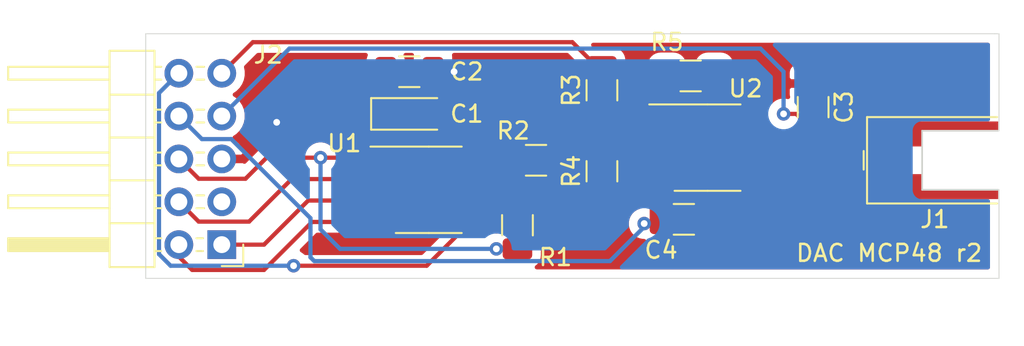
<source format=kicad_pcb>
(kicad_pcb (version 20171130) (host pcbnew "(5.1.6-0-10_14)")

  (general
    (thickness 1.6)
    (drawings 9)
    (tracks 89)
    (zones 0)
    (modules 13)
    (nets 19)
  )

  (page A4)
  (layers
    (0 F.Cu signal)
    (31 B.Cu signal)
    (32 B.Adhes user)
    (33 F.Adhes user)
    (34 B.Paste user)
    (35 F.Paste user)
    (36 B.SilkS user)
    (37 F.SilkS user)
    (38 B.Mask user)
    (39 F.Mask user)
    (40 Dwgs.User user)
    (41 Cmts.User user)
    (42 Eco1.User user)
    (43 Eco2.User user)
    (44 Edge.Cuts user)
    (45 Margin user)
    (46 B.CrtYd user)
    (47 F.CrtYd user)
    (48 B.Fab user)
    (49 F.Fab user)
  )

  (setup
    (last_trace_width 0.25)
    (trace_clearance 0.2)
    (zone_clearance 0.508)
    (zone_45_only no)
    (trace_min 0.2)
    (via_size 0.8)
    (via_drill 0.4)
    (via_min_size 0.4)
    (via_min_drill 0.3)
    (uvia_size 0.3)
    (uvia_drill 0.1)
    (uvias_allowed no)
    (uvia_min_size 0.2)
    (uvia_min_drill 0.1)
    (edge_width 0.05)
    (segment_width 0.2)
    (pcb_text_width 0.3)
    (pcb_text_size 1.5 1.5)
    (mod_edge_width 0.12)
    (mod_text_size 1 1)
    (mod_text_width 0.15)
    (pad_size 1.524 1.524)
    (pad_drill 0.762)
    (pad_to_mask_clearance 0.05)
    (aux_axis_origin 0 0)
    (visible_elements FFFFFF7F)
    (pcbplotparams
      (layerselection 0x010fc_ffffffff)
      (usegerberextensions false)
      (usegerberattributes true)
      (usegerberadvancedattributes true)
      (creategerberjobfile true)
      (excludeedgelayer true)
      (linewidth 0.100000)
      (plotframeref false)
      (viasonmask false)
      (mode 1)
      (useauxorigin false)
      (hpglpennumber 1)
      (hpglpenspeed 20)
      (hpglpendiameter 15.000000)
      (psnegative false)
      (psa4output false)
      (plotreference true)
      (plotvalue true)
      (plotinvisibletext false)
      (padsonsilk false)
      (subtractmaskfromsilk false)
      (outputformat 1)
      (mirror false)
      (drillshape 0)
      (scaleselection 1)
      (outputdirectory "gerbers/"))
  )

  (net 0 "")
  (net 1 GND)
  (net 2 +3V3)
  (net 3 +5V)
  (net 4 -5V)
  (net 5 "Net-(J1-Pad1)")
  (net 6 LDAC)
  (net 7 REF)
  (net 8 CS)
  (net 9 "Net-(J2-Pad3)")
  (net 10 SDI)
  (net 11 SCK)
  (net 12 "Net-(R1-Pad2)")
  (net 13 "Net-(R2-Pad2)")
  (net 14 "Net-(R2-Pad1)")
  (net 15 "Net-(R3-Pad1)")
  (net 16 "Net-(U2-Pad8)")
  (net 17 "Net-(U2-Pad5)")
  (net 18 "Net-(U2-Pad1)")

  (net_class Default "This is the default net class."
    (clearance 0.2)
    (trace_width 0.25)
    (via_dia 0.8)
    (via_drill 0.4)
    (uvia_dia 0.3)
    (uvia_drill 0.1)
    (add_net +3V3)
    (add_net +5V)
    (add_net -5V)
    (add_net CS)
    (add_net GND)
    (add_net LDAC)
    (add_net "Net-(J1-Pad1)")
    (add_net "Net-(J2-Pad3)")
    (add_net "Net-(R1-Pad2)")
    (add_net "Net-(R2-Pad1)")
    (add_net "Net-(R2-Pad2)")
    (add_net "Net-(R3-Pad1)")
    (add_net "Net-(U2-Pad1)")
    (add_net "Net-(U2-Pad5)")
    (add_net "Net-(U2-Pad8)")
    (add_net REF)
    (add_net SCK)
    (add_net SDI)
  )

  (module Package_SO:SOIC-8_3.9x4.9mm_P1.27mm (layer F.Cu) (tedit 5D9F72B1) (tstamp 5F5B19D7)
    (at 162.5 111)
    (descr "SOIC, 8 Pin (JEDEC MS-012AA, https://www.analog.com/media/en/package-pcb-resources/package/pkg_pdf/soic_narrow-r/r_8.pdf), generated with kicad-footprint-generator ipc_gullwing_generator.py")
    (tags "SOIC SO")
    (path /5F5B03A9)
    (attr smd)
    (fp_text reference U2 (at 2.25 -3.5) (layer F.SilkS)
      (effects (font (size 1 1) (thickness 0.15)))
    )
    (fp_text value OP07 (at 0 3.4) (layer F.Fab) hide
      (effects (font (size 1 1) (thickness 0.15)))
    )
    (fp_line (start 3.7 -2.7) (end -3.7 -2.7) (layer F.CrtYd) (width 0.05))
    (fp_line (start 3.7 2.7) (end 3.7 -2.7) (layer F.CrtYd) (width 0.05))
    (fp_line (start -3.7 2.7) (end 3.7 2.7) (layer F.CrtYd) (width 0.05))
    (fp_line (start -3.7 -2.7) (end -3.7 2.7) (layer F.CrtYd) (width 0.05))
    (fp_line (start -1.95 -1.475) (end -0.975 -2.45) (layer F.Fab) (width 0.1))
    (fp_line (start -1.95 2.45) (end -1.95 -1.475) (layer F.Fab) (width 0.1))
    (fp_line (start 1.95 2.45) (end -1.95 2.45) (layer F.Fab) (width 0.1))
    (fp_line (start 1.95 -2.45) (end 1.95 2.45) (layer F.Fab) (width 0.1))
    (fp_line (start -0.975 -2.45) (end 1.95 -2.45) (layer F.Fab) (width 0.1))
    (fp_line (start 0 -2.56) (end -3.45 -2.56) (layer F.SilkS) (width 0.12))
    (fp_line (start 0 -2.56) (end 1.95 -2.56) (layer F.SilkS) (width 0.12))
    (fp_line (start 0 2.56) (end -1.95 2.56) (layer F.SilkS) (width 0.12))
    (fp_line (start 0 2.56) (end 1.95 2.56) (layer F.SilkS) (width 0.12))
    (fp_text user %R (at 0 0) (layer F.Fab) hide
      (effects (font (size 0.98 0.98) (thickness 0.15)))
    )
    (pad 8 smd roundrect (at 2.475 -1.905) (size 1.95 0.6) (layers F.Cu F.Paste F.Mask) (roundrect_rratio 0.25)
      (net 16 "Net-(U2-Pad8)"))
    (pad 7 smd roundrect (at 2.475 -0.635) (size 1.95 0.6) (layers F.Cu F.Paste F.Mask) (roundrect_rratio 0.25)
      (net 3 +5V))
    (pad 6 smd roundrect (at 2.475 0.635) (size 1.95 0.6) (layers F.Cu F.Paste F.Mask) (roundrect_rratio 0.25)
      (net 5 "Net-(J1-Pad1)"))
    (pad 5 smd roundrect (at 2.475 1.905) (size 1.95 0.6) (layers F.Cu F.Paste F.Mask) (roundrect_rratio 0.25)
      (net 17 "Net-(U2-Pad5)"))
    (pad 4 smd roundrect (at -2.475 1.905) (size 1.95 0.6) (layers F.Cu F.Paste F.Mask) (roundrect_rratio 0.25)
      (net 4 -5V))
    (pad 3 smd roundrect (at -2.475 0.635) (size 1.95 0.6) (layers F.Cu F.Paste F.Mask) (roundrect_rratio 0.25)
      (net 15 "Net-(R3-Pad1)"))
    (pad 2 smd roundrect (at -2.475 -0.635) (size 1.95 0.6) (layers F.Cu F.Paste F.Mask) (roundrect_rratio 0.25)
      (net 14 "Net-(R2-Pad1)"))
    (pad 1 smd roundrect (at -2.475 -1.905) (size 1.95 0.6) (layers F.Cu F.Paste F.Mask) (roundrect_rratio 0.25)
      (net 18 "Net-(U2-Pad1)"))
    (model ${KISYS3DMOD}/Package_SO.3dshapes/SOIC-8_3.9x4.9mm_P1.27mm.wrl
      (at (xyz 0 0 0))
      (scale (xyz 1 1 1))
      (rotate (xyz 0 0 0))
    )
  )

  (module Package_SO:SOIC-8_3.9x4.9mm_P1.27mm (layer F.Cu) (tedit 5D9F72B1) (tstamp 5F5B1DAC)
    (at 146 113.5)
    (descr "SOIC, 8 Pin (JEDEC MS-012AA, https://www.analog.com/media/en/package-pcb-resources/package/pkg_pdf/soic_narrow-r/r_8.pdf), generated with kicad-footprint-generator ipc_gullwing_generator.py")
    (tags "SOIC SO")
    (path /5F5AF9E7)
    (attr smd)
    (fp_text reference U1 (at -5 -2.75) (layer F.SilkS)
      (effects (font (size 1 1) (thickness 0.15)))
    )
    (fp_text value MCP4801 (at 0 3.4) (layer F.Fab) hide
      (effects (font (size 1 1) (thickness 0.15)))
    )
    (fp_line (start 3.7 -2.7) (end -3.7 -2.7) (layer F.CrtYd) (width 0.05))
    (fp_line (start 3.7 2.7) (end 3.7 -2.7) (layer F.CrtYd) (width 0.05))
    (fp_line (start -3.7 2.7) (end 3.7 2.7) (layer F.CrtYd) (width 0.05))
    (fp_line (start -3.7 -2.7) (end -3.7 2.7) (layer F.CrtYd) (width 0.05))
    (fp_line (start -1.95 -1.475) (end -0.975 -2.45) (layer F.Fab) (width 0.1))
    (fp_line (start -1.95 2.45) (end -1.95 -1.475) (layer F.Fab) (width 0.1))
    (fp_line (start 1.95 2.45) (end -1.95 2.45) (layer F.Fab) (width 0.1))
    (fp_line (start 1.95 -2.45) (end 1.95 2.45) (layer F.Fab) (width 0.1))
    (fp_line (start -0.975 -2.45) (end 1.95 -2.45) (layer F.Fab) (width 0.1))
    (fp_line (start 0 -2.56) (end -3.45 -2.56) (layer F.SilkS) (width 0.12))
    (fp_line (start 0 -2.56) (end 1.95 -2.56) (layer F.SilkS) (width 0.12))
    (fp_line (start 0 2.56) (end -1.95 2.56) (layer F.SilkS) (width 0.12))
    (fp_line (start 0 2.56) (end 1.95 2.56) (layer F.SilkS) (width 0.12))
    (fp_text user %R (at 0 0) (layer F.Fab) hide
      (effects (font (size 0.98 0.98) (thickness 0.15)))
    )
    (pad 8 smd roundrect (at 2.475 -1.905) (size 1.95 0.6) (layers F.Cu F.Paste F.Mask) (roundrect_rratio 0.25)
      (net 13 "Net-(R2-Pad2)"))
    (pad 7 smd roundrect (at 2.475 -0.635) (size 1.95 0.6) (layers F.Cu F.Paste F.Mask) (roundrect_rratio 0.25)
      (net 1 GND))
    (pad 6 smd roundrect (at 2.475 0.635) (size 1.95 0.6) (layers F.Cu F.Paste F.Mask) (roundrect_rratio 0.25)
      (net 12 "Net-(R1-Pad2)"))
    (pad 5 smd roundrect (at 2.475 1.905) (size 1.95 0.6) (layers F.Cu F.Paste F.Mask) (roundrect_rratio 0.25)
      (net 6 LDAC))
    (pad 4 smd roundrect (at -2.475 1.905) (size 1.95 0.6) (layers F.Cu F.Paste F.Mask) (roundrect_rratio 0.25)
      (net 10 SDI))
    (pad 3 smd roundrect (at -2.475 0.635) (size 1.95 0.6) (layers F.Cu F.Paste F.Mask) (roundrect_rratio 0.25)
      (net 11 SCK))
    (pad 2 smd roundrect (at -2.475 -0.635) (size 1.95 0.6) (layers F.Cu F.Paste F.Mask) (roundrect_rratio 0.25)
      (net 8 CS))
    (pad 1 smd roundrect (at -2.475 -1.905) (size 1.95 0.6) (layers F.Cu F.Paste F.Mask) (roundrect_rratio 0.25)
      (net 2 +3V3))
    (model ${KISYS3DMOD}/Package_SO.3dshapes/SOIC-8_3.9x4.9mm_P1.27mm.wrl
      (at (xyz 0 0 0))
      (scale (xyz 1 1 1))
      (rotate (xyz 0 0 0))
    )
  )

  (module Resistor_SMD:R_1206_3216Metric (layer F.Cu) (tedit 5B301BBD) (tstamp 5F5B19A3)
    (at 161.5 106.75 180)
    (descr "Resistor SMD 1206 (3216 Metric), square (rectangular) end terminal, IPC_7351 nominal, (Body size source: http://www.tortai-tech.com/upload/download/2011102023233369053.pdf), generated with kicad-footprint-generator")
    (tags resistor)
    (path /5F5C2047)
    (attr smd)
    (fp_text reference R5 (at 1.4 2) (layer F.SilkS)
      (effects (font (size 1 1) (thickness 0.15)))
    )
    (fp_text value R (at 0 1.82) (layer F.Fab) hide
      (effects (font (size 1 1) (thickness 0.15)))
    )
    (fp_line (start 2.28 1.12) (end -2.28 1.12) (layer F.CrtYd) (width 0.05))
    (fp_line (start 2.28 -1.12) (end 2.28 1.12) (layer F.CrtYd) (width 0.05))
    (fp_line (start -2.28 -1.12) (end 2.28 -1.12) (layer F.CrtYd) (width 0.05))
    (fp_line (start -2.28 1.12) (end -2.28 -1.12) (layer F.CrtYd) (width 0.05))
    (fp_line (start -0.602064 0.91) (end 0.602064 0.91) (layer F.SilkS) (width 0.12))
    (fp_line (start -0.602064 -0.91) (end 0.602064 -0.91) (layer F.SilkS) (width 0.12))
    (fp_line (start 1.6 0.8) (end -1.6 0.8) (layer F.Fab) (width 0.1))
    (fp_line (start 1.6 -0.8) (end 1.6 0.8) (layer F.Fab) (width 0.1))
    (fp_line (start -1.6 -0.8) (end 1.6 -0.8) (layer F.Fab) (width 0.1))
    (fp_line (start -1.6 0.8) (end -1.6 -0.8) (layer F.Fab) (width 0.1))
    (fp_text user %R (at 0 0) (layer F.Fab) hide
      (effects (font (size 0.8 0.8) (thickness 0.12)))
    )
    (pad 2 smd roundrect (at 1.4 0 180) (size 1.25 1.75) (layers F.Cu F.Paste F.Mask) (roundrect_rratio 0.2)
      (net 14 "Net-(R2-Pad1)"))
    (pad 1 smd roundrect (at -1.4 0 180) (size 1.25 1.75) (layers F.Cu F.Paste F.Mask) (roundrect_rratio 0.2)
      (net 5 "Net-(J1-Pad1)"))
    (model ${KISYS3DMOD}/Resistor_SMD.3dshapes/R_1206_3216Metric.wrl
      (at (xyz 0 0 0))
      (scale (xyz 1 1 1))
      (rotate (xyz 0 0 0))
    )
  )

  (module Resistor_SMD:R_1206_3216Metric (layer F.Cu) (tedit 5B301BBD) (tstamp 5F5B2843)
    (at 156.25 112.4 90)
    (descr "Resistor SMD 1206 (3216 Metric), square (rectangular) end terminal, IPC_7351 nominal, (Body size source: http://www.tortai-tech.com/upload/download/2011102023233369053.pdf), generated with kicad-footprint-generator")
    (tags resistor)
    (path /5F5C0CD1)
    (attr smd)
    (fp_text reference R4 (at 0 -1.82 90) (layer F.SilkS)
      (effects (font (size 1 1) (thickness 0.15)))
    )
    (fp_text value R (at 0 1.82 90) (layer F.Fab) hide
      (effects (font (size 1 1) (thickness 0.15)))
    )
    (fp_line (start 2.28 1.12) (end -2.28 1.12) (layer F.CrtYd) (width 0.05))
    (fp_line (start 2.28 -1.12) (end 2.28 1.12) (layer F.CrtYd) (width 0.05))
    (fp_line (start -2.28 -1.12) (end 2.28 -1.12) (layer F.CrtYd) (width 0.05))
    (fp_line (start -2.28 1.12) (end -2.28 -1.12) (layer F.CrtYd) (width 0.05))
    (fp_line (start -0.602064 0.91) (end 0.602064 0.91) (layer F.SilkS) (width 0.12))
    (fp_line (start -0.602064 -0.91) (end 0.602064 -0.91) (layer F.SilkS) (width 0.12))
    (fp_line (start 1.6 0.8) (end -1.6 0.8) (layer F.Fab) (width 0.1))
    (fp_line (start 1.6 -0.8) (end 1.6 0.8) (layer F.Fab) (width 0.1))
    (fp_line (start -1.6 -0.8) (end 1.6 -0.8) (layer F.Fab) (width 0.1))
    (fp_line (start -1.6 0.8) (end -1.6 -0.8) (layer F.Fab) (width 0.1))
    (fp_text user %R (at 0 0 90) (layer F.Fab) hide
      (effects (font (size 0.8 0.8) (thickness 0.12)))
    )
    (pad 2 smd roundrect (at 1.4 0 90) (size 1.25 1.75) (layers F.Cu F.Paste F.Mask) (roundrect_rratio 0.2)
      (net 15 "Net-(R3-Pad1)"))
    (pad 1 smd roundrect (at -1.4 0 90) (size 1.25 1.75) (layers F.Cu F.Paste F.Mask) (roundrect_rratio 0.2)
      (net 1 GND))
    (model ${KISYS3DMOD}/Resistor_SMD.3dshapes/R_1206_3216Metric.wrl
      (at (xyz 0 0 0))
      (scale (xyz 1 1 1))
      (rotate (xyz 0 0 0))
    )
  )

  (module Resistor_SMD:R_1206_3216Metric (layer F.Cu) (tedit 5B301BBD) (tstamp 5F5B1981)
    (at 156.25 107.6 90)
    (descr "Resistor SMD 1206 (3216 Metric), square (rectangular) end terminal, IPC_7351 nominal, (Body size source: http://www.tortai-tech.com/upload/download/2011102023233369053.pdf), generated with kicad-footprint-generator")
    (tags resistor)
    (path /5F5C00A5)
    (attr smd)
    (fp_text reference R3 (at 0 -1.82 90) (layer F.SilkS)
      (effects (font (size 1 1) (thickness 0.15)))
    )
    (fp_text value R (at 0 1.82 90) (layer F.Fab) hide
      (effects (font (size 1 1) (thickness 0.15)))
    )
    (fp_line (start 2.28 1.12) (end -2.28 1.12) (layer F.CrtYd) (width 0.05))
    (fp_line (start 2.28 -1.12) (end 2.28 1.12) (layer F.CrtYd) (width 0.05))
    (fp_line (start -2.28 -1.12) (end 2.28 -1.12) (layer F.CrtYd) (width 0.05))
    (fp_line (start -2.28 1.12) (end -2.28 -1.12) (layer F.CrtYd) (width 0.05))
    (fp_line (start -0.602064 0.91) (end 0.602064 0.91) (layer F.SilkS) (width 0.12))
    (fp_line (start -0.602064 -0.91) (end 0.602064 -0.91) (layer F.SilkS) (width 0.12))
    (fp_line (start 1.6 0.8) (end -1.6 0.8) (layer F.Fab) (width 0.1))
    (fp_line (start 1.6 -0.8) (end 1.6 0.8) (layer F.Fab) (width 0.1))
    (fp_line (start -1.6 -0.8) (end 1.6 -0.8) (layer F.Fab) (width 0.1))
    (fp_line (start -1.6 0.8) (end -1.6 -0.8) (layer F.Fab) (width 0.1))
    (fp_text user %R (at 0 0 90) (layer F.Fab) hide
      (effects (font (size 0.8 0.8) (thickness 0.12)))
    )
    (pad 2 smd roundrect (at 1.4 0 90) (size 1.25 1.75) (layers F.Cu F.Paste F.Mask) (roundrect_rratio 0.2)
      (net 7 REF))
    (pad 1 smd roundrect (at -1.4 0 90) (size 1.25 1.75) (layers F.Cu F.Paste F.Mask) (roundrect_rratio 0.2)
      (net 15 "Net-(R3-Pad1)"))
    (model ${KISYS3DMOD}/Resistor_SMD.3dshapes/R_1206_3216Metric.wrl
      (at (xyz 0 0 0))
      (scale (xyz 1 1 1))
      (rotate (xyz 0 0 0))
    )
  )

  (module Resistor_SMD:R_1206_3216Metric (layer F.Cu) (tedit 5B301BBD) (tstamp 5F5B1970)
    (at 152.35 111.75 180)
    (descr "Resistor SMD 1206 (3216 Metric), square (rectangular) end terminal, IPC_7351 nominal, (Body size source: http://www.tortai-tech.com/upload/download/2011102023233369053.pdf), generated with kicad-footprint-generator")
    (tags resistor)
    (path /5F5C17B9)
    (attr smd)
    (fp_text reference R2 (at 1.35 1.75) (layer F.SilkS)
      (effects (font (size 1 1) (thickness 0.15)))
    )
    (fp_text value R (at 0 1.82) (layer F.Fab) hide
      (effects (font (size 1 1) (thickness 0.15)))
    )
    (fp_line (start 2.28 1.12) (end -2.28 1.12) (layer F.CrtYd) (width 0.05))
    (fp_line (start 2.28 -1.12) (end 2.28 1.12) (layer F.CrtYd) (width 0.05))
    (fp_line (start -2.28 -1.12) (end 2.28 -1.12) (layer F.CrtYd) (width 0.05))
    (fp_line (start -2.28 1.12) (end -2.28 -1.12) (layer F.CrtYd) (width 0.05))
    (fp_line (start -0.602064 0.91) (end 0.602064 0.91) (layer F.SilkS) (width 0.12))
    (fp_line (start -0.602064 -0.91) (end 0.602064 -0.91) (layer F.SilkS) (width 0.12))
    (fp_line (start 1.6 0.8) (end -1.6 0.8) (layer F.Fab) (width 0.1))
    (fp_line (start 1.6 -0.8) (end 1.6 0.8) (layer F.Fab) (width 0.1))
    (fp_line (start -1.6 -0.8) (end 1.6 -0.8) (layer F.Fab) (width 0.1))
    (fp_line (start -1.6 0.8) (end -1.6 -0.8) (layer F.Fab) (width 0.1))
    (fp_text user %R (at 0 0) (layer F.Fab) hide
      (effects (font (size 0.8 0.8) (thickness 0.12)))
    )
    (pad 2 smd roundrect (at 1.4 0 180) (size 1.25 1.75) (layers F.Cu F.Paste F.Mask) (roundrect_rratio 0.2)
      (net 13 "Net-(R2-Pad2)"))
    (pad 1 smd roundrect (at -1.4 0 180) (size 1.25 1.75) (layers F.Cu F.Paste F.Mask) (roundrect_rratio 0.2)
      (net 14 "Net-(R2-Pad1)"))
    (model ${KISYS3DMOD}/Resistor_SMD.3dshapes/R_1206_3216Metric.wrl
      (at (xyz 0 0 0))
      (scale (xyz 1 1 1))
      (rotate (xyz 0 0 0))
    )
  )

  (module Resistor_SMD:R_1206_3216Metric (layer F.Cu) (tedit 5B301BBD) (tstamp 5F5B204D)
    (at 151.25 115.6 90)
    (descr "Resistor SMD 1206 (3216 Metric), square (rectangular) end terminal, IPC_7351 nominal, (Body size source: http://www.tortai-tech.com/upload/download/2011102023233369053.pdf), generated with kicad-footprint-generator")
    (tags resistor)
    (path /5F5BDA40)
    (attr smd)
    (fp_text reference R1 (at -1.9 2.25 180) (layer F.SilkS)
      (effects (font (size 1 1) (thickness 0.15)))
    )
    (fp_text value R (at 0 1.82 90) (layer F.Fab) hide
      (effects (font (size 1 1) (thickness 0.15)))
    )
    (fp_line (start 2.28 1.12) (end -2.28 1.12) (layer F.CrtYd) (width 0.05))
    (fp_line (start 2.28 -1.12) (end 2.28 1.12) (layer F.CrtYd) (width 0.05))
    (fp_line (start -2.28 -1.12) (end 2.28 -1.12) (layer F.CrtYd) (width 0.05))
    (fp_line (start -2.28 1.12) (end -2.28 -1.12) (layer F.CrtYd) (width 0.05))
    (fp_line (start -0.602064 0.91) (end 0.602064 0.91) (layer F.SilkS) (width 0.12))
    (fp_line (start -0.602064 -0.91) (end 0.602064 -0.91) (layer F.SilkS) (width 0.12))
    (fp_line (start 1.6 0.8) (end -1.6 0.8) (layer F.Fab) (width 0.1))
    (fp_line (start 1.6 -0.8) (end 1.6 0.8) (layer F.Fab) (width 0.1))
    (fp_line (start -1.6 -0.8) (end 1.6 -0.8) (layer F.Fab) (width 0.1))
    (fp_line (start -1.6 0.8) (end -1.6 -0.8) (layer F.Fab) (width 0.1))
    (fp_text user %R (at 0 0 90) (layer F.Fab)
      (effects (font (size 0.8 0.8) (thickness 0.12)))
    )
    (pad 2 smd roundrect (at 1.4 0 90) (size 1.25 1.75) (layers F.Cu F.Paste F.Mask) (roundrect_rratio 0.2)
      (net 12 "Net-(R1-Pad2)"))
    (pad 1 smd roundrect (at -1.4 0 90) (size 1.25 1.75) (layers F.Cu F.Paste F.Mask) (roundrect_rratio 0.2)
      (net 2 +3V3))
    (model ${KISYS3DMOD}/Resistor_SMD.3dshapes/R_1206_3216Metric.wrl
      (at (xyz 0 0 0))
      (scale (xyz 1 1 1))
      (rotate (xyz 0 0 0))
    )
  )

  (module Connector_PinHeader_2.54mm:PinHeader_2x05_P2.54mm_Horizontal (layer F.Cu) (tedit 59FED5CB) (tstamp 5F5B194E)
    (at 133.75 116.75 180)
    (descr "Through hole angled pin header, 2x05, 2.54mm pitch, 6mm pin length, double rows")
    (tags "Through hole angled pin header THT 2x05 2.54mm double row")
    (path /5F5B64A3)
    (fp_text reference J2 (at -2.75 11.25) (layer F.SilkS)
      (effects (font (size 1 1) (thickness 0.15)))
    )
    (fp_text value Conn_01x10 (at 5.655 12.43) (layer F.Fab)
      (effects (font (size 1 1) (thickness 0.15)))
    )
    (fp_line (start 13.1 -1.8) (end -1.8 -1.8) (layer F.CrtYd) (width 0.05))
    (fp_line (start 13.1 11.95) (end 13.1 -1.8) (layer F.CrtYd) (width 0.05))
    (fp_line (start -1.8 11.95) (end 13.1 11.95) (layer F.CrtYd) (width 0.05))
    (fp_line (start -1.8 -1.8) (end -1.8 11.95) (layer F.CrtYd) (width 0.05))
    (fp_line (start -1.27 -1.27) (end 0 -1.27) (layer F.SilkS) (width 0.12))
    (fp_line (start -1.27 0) (end -1.27 -1.27) (layer F.SilkS) (width 0.12))
    (fp_line (start 1.042929 10.54) (end 1.497071 10.54) (layer F.SilkS) (width 0.12))
    (fp_line (start 1.042929 9.78) (end 1.497071 9.78) (layer F.SilkS) (width 0.12))
    (fp_line (start 3.582929 10.54) (end 3.98 10.54) (layer F.SilkS) (width 0.12))
    (fp_line (start 3.582929 9.78) (end 3.98 9.78) (layer F.SilkS) (width 0.12))
    (fp_line (start 12.64 10.54) (end 6.64 10.54) (layer F.SilkS) (width 0.12))
    (fp_line (start 12.64 9.78) (end 12.64 10.54) (layer F.SilkS) (width 0.12))
    (fp_line (start 6.64 9.78) (end 12.64 9.78) (layer F.SilkS) (width 0.12))
    (fp_line (start 3.98 8.89) (end 6.64 8.89) (layer F.SilkS) (width 0.12))
    (fp_line (start 1.042929 8) (end 1.497071 8) (layer F.SilkS) (width 0.12))
    (fp_line (start 1.042929 7.24) (end 1.497071 7.24) (layer F.SilkS) (width 0.12))
    (fp_line (start 3.582929 8) (end 3.98 8) (layer F.SilkS) (width 0.12))
    (fp_line (start 3.582929 7.24) (end 3.98 7.24) (layer F.SilkS) (width 0.12))
    (fp_line (start 12.64 8) (end 6.64 8) (layer F.SilkS) (width 0.12))
    (fp_line (start 12.64 7.24) (end 12.64 8) (layer F.SilkS) (width 0.12))
    (fp_line (start 6.64 7.24) (end 12.64 7.24) (layer F.SilkS) (width 0.12))
    (fp_line (start 3.98 6.35) (end 6.64 6.35) (layer F.SilkS) (width 0.12))
    (fp_line (start 1.042929 5.46) (end 1.497071 5.46) (layer F.SilkS) (width 0.12))
    (fp_line (start 1.042929 4.7) (end 1.497071 4.7) (layer F.SilkS) (width 0.12))
    (fp_line (start 3.582929 5.46) (end 3.98 5.46) (layer F.SilkS) (width 0.12))
    (fp_line (start 3.582929 4.7) (end 3.98 4.7) (layer F.SilkS) (width 0.12))
    (fp_line (start 12.64 5.46) (end 6.64 5.46) (layer F.SilkS) (width 0.12))
    (fp_line (start 12.64 4.7) (end 12.64 5.46) (layer F.SilkS) (width 0.12))
    (fp_line (start 6.64 4.7) (end 12.64 4.7) (layer F.SilkS) (width 0.12))
    (fp_line (start 3.98 3.81) (end 6.64 3.81) (layer F.SilkS) (width 0.12))
    (fp_line (start 1.042929 2.92) (end 1.497071 2.92) (layer F.SilkS) (width 0.12))
    (fp_line (start 1.042929 2.16) (end 1.497071 2.16) (layer F.SilkS) (width 0.12))
    (fp_line (start 3.582929 2.92) (end 3.98 2.92) (layer F.SilkS) (width 0.12))
    (fp_line (start 3.582929 2.16) (end 3.98 2.16) (layer F.SilkS) (width 0.12))
    (fp_line (start 12.64 2.92) (end 6.64 2.92) (layer F.SilkS) (width 0.12))
    (fp_line (start 12.64 2.16) (end 12.64 2.92) (layer F.SilkS) (width 0.12))
    (fp_line (start 6.64 2.16) (end 12.64 2.16) (layer F.SilkS) (width 0.12))
    (fp_line (start 3.98 1.27) (end 6.64 1.27) (layer F.SilkS) (width 0.12))
    (fp_line (start 1.11 0.38) (end 1.497071 0.38) (layer F.SilkS) (width 0.12))
    (fp_line (start 1.11 -0.38) (end 1.497071 -0.38) (layer F.SilkS) (width 0.12))
    (fp_line (start 3.582929 0.38) (end 3.98 0.38) (layer F.SilkS) (width 0.12))
    (fp_line (start 3.582929 -0.38) (end 3.98 -0.38) (layer F.SilkS) (width 0.12))
    (fp_line (start 6.64 0.28) (end 12.64 0.28) (layer F.SilkS) (width 0.12))
    (fp_line (start 6.64 0.16) (end 12.64 0.16) (layer F.SilkS) (width 0.12))
    (fp_line (start 6.64 0.04) (end 12.64 0.04) (layer F.SilkS) (width 0.12))
    (fp_line (start 6.64 -0.08) (end 12.64 -0.08) (layer F.SilkS) (width 0.12))
    (fp_line (start 6.64 -0.2) (end 12.64 -0.2) (layer F.SilkS) (width 0.12))
    (fp_line (start 6.64 -0.32) (end 12.64 -0.32) (layer F.SilkS) (width 0.12))
    (fp_line (start 12.64 0.38) (end 6.64 0.38) (layer F.SilkS) (width 0.12))
    (fp_line (start 12.64 -0.38) (end 12.64 0.38) (layer F.SilkS) (width 0.12))
    (fp_line (start 6.64 -0.38) (end 12.64 -0.38) (layer F.SilkS) (width 0.12))
    (fp_line (start 6.64 -1.33) (end 3.98 -1.33) (layer F.SilkS) (width 0.12))
    (fp_line (start 6.64 11.49) (end 6.64 -1.33) (layer F.SilkS) (width 0.12))
    (fp_line (start 3.98 11.49) (end 6.64 11.49) (layer F.SilkS) (width 0.12))
    (fp_line (start 3.98 -1.33) (end 3.98 11.49) (layer F.SilkS) (width 0.12))
    (fp_line (start 6.58 10.48) (end 12.58 10.48) (layer F.Fab) (width 0.1))
    (fp_line (start 12.58 9.84) (end 12.58 10.48) (layer F.Fab) (width 0.1))
    (fp_line (start 6.58 9.84) (end 12.58 9.84) (layer F.Fab) (width 0.1))
    (fp_line (start -0.32 10.48) (end 4.04 10.48) (layer F.Fab) (width 0.1))
    (fp_line (start -0.32 9.84) (end -0.32 10.48) (layer F.Fab) (width 0.1))
    (fp_line (start -0.32 9.84) (end 4.04 9.84) (layer F.Fab) (width 0.1))
    (fp_line (start 6.58 7.94) (end 12.58 7.94) (layer F.Fab) (width 0.1))
    (fp_line (start 12.58 7.3) (end 12.58 7.94) (layer F.Fab) (width 0.1))
    (fp_line (start 6.58 7.3) (end 12.58 7.3) (layer F.Fab) (width 0.1))
    (fp_line (start -0.32 7.94) (end 4.04 7.94) (layer F.Fab) (width 0.1))
    (fp_line (start -0.32 7.3) (end -0.32 7.94) (layer F.Fab) (width 0.1))
    (fp_line (start -0.32 7.3) (end 4.04 7.3) (layer F.Fab) (width 0.1))
    (fp_line (start 6.58 5.4) (end 12.58 5.4) (layer F.Fab) (width 0.1))
    (fp_line (start 12.58 4.76) (end 12.58 5.4) (layer F.Fab) (width 0.1))
    (fp_line (start 6.58 4.76) (end 12.58 4.76) (layer F.Fab) (width 0.1))
    (fp_line (start -0.32 5.4) (end 4.04 5.4) (layer F.Fab) (width 0.1))
    (fp_line (start -0.32 4.76) (end -0.32 5.4) (layer F.Fab) (width 0.1))
    (fp_line (start -0.32 4.76) (end 4.04 4.76) (layer F.Fab) (width 0.1))
    (fp_line (start 6.58 2.86) (end 12.58 2.86) (layer F.Fab) (width 0.1))
    (fp_line (start 12.58 2.22) (end 12.58 2.86) (layer F.Fab) (width 0.1))
    (fp_line (start 6.58 2.22) (end 12.58 2.22) (layer F.Fab) (width 0.1))
    (fp_line (start -0.32 2.86) (end 4.04 2.86) (layer F.Fab) (width 0.1))
    (fp_line (start -0.32 2.22) (end -0.32 2.86) (layer F.Fab) (width 0.1))
    (fp_line (start -0.32 2.22) (end 4.04 2.22) (layer F.Fab) (width 0.1))
    (fp_line (start 6.58 0.32) (end 12.58 0.32) (layer F.Fab) (width 0.1))
    (fp_line (start 12.58 -0.32) (end 12.58 0.32) (layer F.Fab) (width 0.1))
    (fp_line (start 6.58 -0.32) (end 12.58 -0.32) (layer F.Fab) (width 0.1))
    (fp_line (start -0.32 0.32) (end 4.04 0.32) (layer F.Fab) (width 0.1))
    (fp_line (start -0.32 -0.32) (end -0.32 0.32) (layer F.Fab) (width 0.1))
    (fp_line (start -0.32 -0.32) (end 4.04 -0.32) (layer F.Fab) (width 0.1))
    (fp_line (start 4.04 -0.635) (end 4.675 -1.27) (layer F.Fab) (width 0.1))
    (fp_line (start 4.04 11.43) (end 4.04 -0.635) (layer F.Fab) (width 0.1))
    (fp_line (start 6.58 11.43) (end 4.04 11.43) (layer F.Fab) (width 0.1))
    (fp_line (start 6.58 -1.27) (end 6.58 11.43) (layer F.Fab) (width 0.1))
    (fp_line (start 4.675 -1.27) (end 6.58 -1.27) (layer F.Fab) (width 0.1))
    (fp_text user %R (at 5.31 5.08 90) (layer F.Fab) hide
      (effects (font (size 1 1) (thickness 0.15)))
    )
    (pad 10 thru_hole oval (at 2.54 10.16 180) (size 1.7 1.7) (drill 1) (layers *.Cu *.Mask)
      (net 6 LDAC))
    (pad 9 thru_hole oval (at 0 10.16 180) (size 1.7 1.7) (drill 1) (layers *.Cu *.Mask)
      (net 7 REF))
    (pad 8 thru_hole oval (at 2.54 7.62 180) (size 1.7 1.7) (drill 1) (layers *.Cu *.Mask)
      (net 4 -5V))
    (pad 7 thru_hole oval (at 0 7.62 180) (size 1.7 1.7) (drill 1) (layers *.Cu *.Mask)
      (net 3 +5V))
    (pad 6 thru_hole oval (at 2.54 5.08 180) (size 1.7 1.7) (drill 1) (layers *.Cu *.Mask)
      (net 2 +3V3))
    (pad 5 thru_hole oval (at 0 5.08 180) (size 1.7 1.7) (drill 1) (layers *.Cu *.Mask)
      (net 1 GND))
    (pad 4 thru_hole oval (at 2.54 2.54 180) (size 1.7 1.7) (drill 1) (layers *.Cu *.Mask)
      (net 8 CS))
    (pad 3 thru_hole oval (at 0 2.54 180) (size 1.7 1.7) (drill 1) (layers *.Cu *.Mask)
      (net 9 "Net-(J2-Pad3)"))
    (pad 2 thru_hole oval (at 2.54 0 180) (size 1.7 1.7) (drill 1) (layers *.Cu *.Mask)
      (net 10 SDI))
    (pad 1 thru_hole rect (at 0 0 180) (size 1.7 1.7) (drill 1) (layers *.Cu *.Mask)
      (net 11 SCK))
    (model ${KISYS3DMOD}/Connector_PinHeader_2.54mm.3dshapes/PinHeader_2x05_P2.54mm_Horizontal.wrl
      (at (xyz 0 0 0))
      (scale (xyz 1 1 1))
      (rotate (xyz 0 0 0))
    )
  )

  (module Connector_Coaxial:MMCX_Molex_73415-0961_Horizontal_1.0mm-PCB (layer F.Cu) (tedit 5B958AF2) (tstamp 5F5B18E5)
    (at 175.95 111.75 180)
    (descr "Molex MMCX Horizontal Coaxial https://www.molex.com/pdm_docs/sd/734150961_sd.pdf")
    (tags "Molex MMCX Horizontal Coaxial")
    (path /5F5C2DC3)
    (zone_connect 2)
    (attr smd)
    (fp_text reference J1 (at 0 -3.5) (layer F.SilkS)
      (effects (font (size 1 1) (thickness 0.15)))
    )
    (fp_text value Conn_Coaxial (at 0 3.5) (layer F.Fab) hide
      (effects (font (size 1 1) (thickness 0.15)))
    )
    (fp_line (start -4.25 -2.8) (end 4.25 -2.8) (layer F.CrtYd) (width 0.05))
    (fp_line (start -4.25 2.8) (end 4.25 2.8) (layer F.CrtYd) (width 0.05))
    (fp_line (start 4.25 -2.8) (end 4.25 2.8) (layer F.CrtYd) (width 0.05))
    (fp_line (start -4.25 -2.8) (end -4.25 2.8) (layer F.CrtYd) (width 0.05))
    (fp_line (start 4.21 -0.55) (end 4.21 0.55) (layer F.SilkS) (width 0.12))
    (fp_line (start 3.68 -0.5) (end 3.68 -2.25) (layer F.Fab) (width 0.1))
    (fp_line (start -3.69 2.56) (end 4.01 2.56) (layer F.SilkS) (width 0.12))
    (fp_line (start 4.01 2.56) (end 4.01 -2.56) (layer F.SilkS) (width 0.12))
    (fp_line (start -3.69 -2.56) (end 4.01 -2.56) (layer F.SilkS) (width 0.12))
    (fp_line (start -3.75 1.75) (end -3.75 -1.75) (layer Dwgs.User) (width 0.1))
    (fp_line (start -3.75 2.25) (end 3.68 2.25) (layer F.Fab) (width 0.1))
    (fp_line (start 3.68 2.25) (end 3.68 0.5) (layer F.Fab) (width 0.1))
    (fp_line (start 3.18 0) (end 3.68 0.5) (layer F.Fab) (width 0.1))
    (fp_line (start -3.75 -2.25) (end -3.75 2.25) (layer F.Fab) (width 0.1))
    (fp_line (start -3.75 -2.25) (end 3.68 -2.25) (layer F.Fab) (width 0.1))
    (fp_line (start 3.18 0) (end 3.68 -0.5) (layer F.Fab) (width 0.1))
    (fp_line (start -3.75 1.75) (end 0.75 1.75) (layer Edge.Cuts) (width 0.1))
    (fp_line (start 0.75 1.75) (end 0.75 -1.75) (layer Edge.Cuts) (width 0.1))
    (fp_line (start 0.75 -1.75) (end -3.75 -1.75) (layer Edge.Cuts) (width 0.1))
    (fp_text user "PCB edge" (at -3.35 0 90) (layer Dwgs.User)
      (effects (font (size 0.4 0.4) (thickness 0.06)))
    )
    (fp_text user %R (at -1.55 0) (layer F.Fab) hide
      (effects (font (size 1 1) (thickness 0.15)))
    )
    (pad 2 smd custom (at 2.25 1.56 180) (size 3 1.48) (layers F.Cu F.Paste F.Mask)
      (net 1 GND) (zone_connect 2)
      (options (clearance outline) (anchor rect))
      (primitives
        (gr_poly (pts
           (xy -6 0.19) (xy -6 0.74) (xy -1.5 0.74) (xy -1.5 0.19)) (width 0))
      ))
    (pad 2 smd custom (at 2.25 -1.56 180) (size 3 1.48) (layers F.Cu F.Paste F.Mask)
      (net 1 GND) (zone_connect 2)
      (options (clearance outline) (anchor rect))
      (primitives
        (gr_poly (pts
           (xy -6 -0.74) (xy -6 -0.19) (xy -1.5 -0.19) (xy -1.5 -0.74)) (width 0))
      ))
    (pad 1 smd rect (at 2.7 0 180) (size 2.1 1.1) (layers F.Cu F.Paste F.Mask)
      (net 5 "Net-(J1-Pad1)") (zone_connect 2))
    (model ${KISYS3DMOD}/Connector_Coaxial.3dshapes/MMCX_Molex_73415-0961_Horizontal.wrl
      (at (xyz 0 0 0))
      (scale (xyz 1 1 1))
      (rotate (xyz 0 0 0))
    )
  )

  (module Capacitor_SMD:C_1206_3216Metric (layer F.Cu) (tedit 5B301BBE) (tstamp 5F5B18C9)
    (at 161.1 115.25 180)
    (descr "Capacitor SMD 1206 (3216 Metric), square (rectangular) end terminal, IPC_7351 nominal, (Body size source: http://www.tortai-tech.com/upload/download/2011102023233369053.pdf), generated with kicad-footprint-generator")
    (tags capacitor)
    (path /5F5C5D4F)
    (attr smd)
    (fp_text reference C4 (at 1.35 -1.82) (layer F.SilkS)
      (effects (font (size 1 1) (thickness 0.15)))
    )
    (fp_text value C (at 0 1.82) (layer F.Fab) hide
      (effects (font (size 1 1) (thickness 0.15)))
    )
    (fp_line (start 2.28 1.12) (end -2.28 1.12) (layer F.CrtYd) (width 0.05))
    (fp_line (start 2.28 -1.12) (end 2.28 1.12) (layer F.CrtYd) (width 0.05))
    (fp_line (start -2.28 -1.12) (end 2.28 -1.12) (layer F.CrtYd) (width 0.05))
    (fp_line (start -2.28 1.12) (end -2.28 -1.12) (layer F.CrtYd) (width 0.05))
    (fp_line (start -0.602064 0.91) (end 0.602064 0.91) (layer F.SilkS) (width 0.12))
    (fp_line (start -0.602064 -0.91) (end 0.602064 -0.91) (layer F.SilkS) (width 0.12))
    (fp_line (start 1.6 0.8) (end -1.6 0.8) (layer F.Fab) (width 0.1))
    (fp_line (start 1.6 -0.8) (end 1.6 0.8) (layer F.Fab) (width 0.1))
    (fp_line (start -1.6 -0.8) (end 1.6 -0.8) (layer F.Fab) (width 0.1))
    (fp_line (start -1.6 0.8) (end -1.6 -0.8) (layer F.Fab) (width 0.1))
    (fp_text user %R (at 0 0) (layer F.Fab) hide
      (effects (font (size 0.8 0.8) (thickness 0.12)))
    )
    (pad 2 smd roundrect (at 1.4 0 180) (size 1.25 1.75) (layers F.Cu F.Paste F.Mask) (roundrect_rratio 0.2)
      (net 4 -5V))
    (pad 1 smd roundrect (at -1.4 0 180) (size 1.25 1.75) (layers F.Cu F.Paste F.Mask) (roundrect_rratio 0.2)
      (net 1 GND))
    (model ${KISYS3DMOD}/Capacitor_SMD.3dshapes/C_1206_3216Metric.wrl
      (at (xyz 0 0 0))
      (scale (xyz 1 1 1))
      (rotate (xyz 0 0 0))
    )
  )

  (module Capacitor_SMD:C_1206_3216Metric (layer F.Cu) (tedit 5B301BBE) (tstamp 5F5B18B8)
    (at 168.75 108.6 270)
    (descr "Capacitor SMD 1206 (3216 Metric), square (rectangular) end terminal, IPC_7351 nominal, (Body size source: http://www.tortai-tech.com/upload/download/2011102023233369053.pdf), generated with kicad-footprint-generator")
    (tags capacitor)
    (path /5F5C4EDF)
    (attr smd)
    (fp_text reference C3 (at 0 -1.82 90) (layer F.SilkS)
      (effects (font (size 1 1) (thickness 0.15)))
    )
    (fp_text value C (at 0 1.82 90) (layer F.Fab) hide
      (effects (font (size 1 1) (thickness 0.15)))
    )
    (fp_line (start 2.28 1.12) (end -2.28 1.12) (layer F.CrtYd) (width 0.05))
    (fp_line (start 2.28 -1.12) (end 2.28 1.12) (layer F.CrtYd) (width 0.05))
    (fp_line (start -2.28 -1.12) (end 2.28 -1.12) (layer F.CrtYd) (width 0.05))
    (fp_line (start -2.28 1.12) (end -2.28 -1.12) (layer F.CrtYd) (width 0.05))
    (fp_line (start -0.602064 0.91) (end 0.602064 0.91) (layer F.SilkS) (width 0.12))
    (fp_line (start -0.602064 -0.91) (end 0.602064 -0.91) (layer F.SilkS) (width 0.12))
    (fp_line (start 1.6 0.8) (end -1.6 0.8) (layer F.Fab) (width 0.1))
    (fp_line (start 1.6 -0.8) (end 1.6 0.8) (layer F.Fab) (width 0.1))
    (fp_line (start -1.6 -0.8) (end 1.6 -0.8) (layer F.Fab) (width 0.1))
    (fp_line (start -1.6 0.8) (end -1.6 -0.8) (layer F.Fab) (width 0.1))
    (fp_text user %R (at 0 0 90) (layer F.Fab) hide
      (effects (font (size 0.8 0.8) (thickness 0.12)))
    )
    (pad 2 smd roundrect (at 1.4 0 270) (size 1.25 1.75) (layers F.Cu F.Paste F.Mask) (roundrect_rratio 0.2)
      (net 3 +5V))
    (pad 1 smd roundrect (at -1.4 0 270) (size 1.25 1.75) (layers F.Cu F.Paste F.Mask) (roundrect_rratio 0.2)
      (net 1 GND))
    (model ${KISYS3DMOD}/Capacitor_SMD.3dshapes/C_1206_3216Metric.wrl
      (at (xyz 0 0 0))
      (scale (xyz 1 1 1))
      (rotate (xyz 0 0 0))
    )
  )

  (module Capacitor_SMD:C_1206_3216Metric (layer F.Cu) (tedit 5B301BBE) (tstamp 5F5B18A7)
    (at 144.85 106.5 180)
    (descr "Capacitor SMD 1206 (3216 Metric), square (rectangular) end terminal, IPC_7351 nominal, (Body size source: http://www.tortai-tech.com/upload/download/2011102023233369053.pdf), generated with kicad-footprint-generator")
    (tags capacitor)
    (path /5F5B4078)
    (attr smd)
    (fp_text reference C2 (at -3.4 0) (layer F.SilkS)
      (effects (font (size 1 1) (thickness 0.15)))
    )
    (fp_text value C (at 0 1.82) (layer F.Fab) hide
      (effects (font (size 1 1) (thickness 0.15)))
    )
    (fp_line (start 2.28 1.12) (end -2.28 1.12) (layer F.CrtYd) (width 0.05))
    (fp_line (start 2.28 -1.12) (end 2.28 1.12) (layer F.CrtYd) (width 0.05))
    (fp_line (start -2.28 -1.12) (end 2.28 -1.12) (layer F.CrtYd) (width 0.05))
    (fp_line (start -2.28 1.12) (end -2.28 -1.12) (layer F.CrtYd) (width 0.05))
    (fp_line (start -0.602064 0.91) (end 0.602064 0.91) (layer F.SilkS) (width 0.12))
    (fp_line (start -0.602064 -0.91) (end 0.602064 -0.91) (layer F.SilkS) (width 0.12))
    (fp_line (start 1.6 0.8) (end -1.6 0.8) (layer F.Fab) (width 0.1))
    (fp_line (start 1.6 -0.8) (end 1.6 0.8) (layer F.Fab) (width 0.1))
    (fp_line (start -1.6 -0.8) (end 1.6 -0.8) (layer F.Fab) (width 0.1))
    (fp_line (start -1.6 0.8) (end -1.6 -0.8) (layer F.Fab) (width 0.1))
    (fp_text user %R (at 0 0) (layer F.Fab) hide
      (effects (font (size 0.8 0.8) (thickness 0.12)))
    )
    (pad 2 smd roundrect (at 1.4 0 180) (size 1.25 1.75) (layers F.Cu F.Paste F.Mask) (roundrect_rratio 0.2)
      (net 2 +3V3))
    (pad 1 smd roundrect (at -1.4 0 180) (size 1.25 1.75) (layers F.Cu F.Paste F.Mask) (roundrect_rratio 0.2)
      (net 1 GND))
    (model ${KISYS3DMOD}/Capacitor_SMD.3dshapes/C_1206_3216Metric.wrl
      (at (xyz 0 0 0))
      (scale (xyz 1 1 1))
      (rotate (xyz 0 0 0))
    )
  )

  (module Capacitor_Tantalum_SMD:CP_EIA-3216-18_Kemet-A (layer F.Cu) (tedit 5B301BBE) (tstamp 5F5B1896)
    (at 144.9 109)
    (descr "Tantalum Capacitor SMD Kemet-A (3216-18 Metric), IPC_7351 nominal, (Body size from: http://www.kemet.com/Lists/ProductCatalog/Attachments/253/KEM_TC101_STD.pdf), generated with kicad-footprint-generator")
    (tags "capacitor tantalum")
    (path /5F5B4639)
    (attr smd)
    (fp_text reference C1 (at 3.35 0) (layer F.SilkS)
      (effects (font (size 1 1) (thickness 0.15)))
    )
    (fp_text value CP (at 1.6 -4.25) (layer F.Fab) hide
      (effects (font (size 1 1) (thickness 0.15)))
    )
    (fp_line (start 2.3 1.05) (end -2.3 1.05) (layer F.CrtYd) (width 0.05))
    (fp_line (start 2.3 -1.05) (end 2.3 1.05) (layer F.CrtYd) (width 0.05))
    (fp_line (start -2.3 -1.05) (end 2.3 -1.05) (layer F.CrtYd) (width 0.05))
    (fp_line (start -2.3 1.05) (end -2.3 -1.05) (layer F.CrtYd) (width 0.05))
    (fp_line (start -2.31 0.935) (end 1.6 0.935) (layer F.SilkS) (width 0.12))
    (fp_line (start -2.31 -0.935) (end -2.31 0.935) (layer F.SilkS) (width 0.12))
    (fp_line (start 1.6 -0.935) (end -2.31 -0.935) (layer F.SilkS) (width 0.12))
    (fp_line (start 1.6 0.8) (end 1.6 -0.8) (layer F.Fab) (width 0.1))
    (fp_line (start -1.6 0.8) (end 1.6 0.8) (layer F.Fab) (width 0.1))
    (fp_line (start -1.6 -0.4) (end -1.6 0.8) (layer F.Fab) (width 0.1))
    (fp_line (start -1.2 -0.8) (end -1.6 -0.4) (layer F.Fab) (width 0.1))
    (fp_line (start 1.6 -0.8) (end -1.2 -0.8) (layer F.Fab) (width 0.1))
    (fp_text user %R (at 0 0) (layer F.Fab) hide
      (effects (font (size 0.8 0.8) (thickness 0.12)))
    )
    (pad 2 smd roundrect (at 1.35 0) (size 1.4 1.35) (layers F.Cu F.Paste F.Mask) (roundrect_rratio 0.185185)
      (net 1 GND))
    (pad 1 smd roundrect (at -1.35 0) (size 1.4 1.35) (layers F.Cu F.Paste F.Mask) (roundrect_rratio 0.185185)
      (net 2 +3V3))
    (model ${KISYS3DMOD}/Capacitor_Tantalum_SMD.3dshapes/CP_EIA-3216-18_Kemet-A.wrl
      (at (xyz 0 0 0))
      (scale (xyz 1 1 1))
      (rotate (xyz 0 0 0))
    )
  )

  (gr_text "DAC MCP48 r2" (at 173.25 117.25) (layer F.SilkS)
    (effects (font (size 1 1) (thickness 0.15)))
  )
  (gr_line (start 179.75 110) (end 179.7 110) (layer Edge.Cuts) (width 0.05))
  (gr_line (start 179.75 104.25) (end 179.75 110) (layer Edge.Cuts) (width 0.05))
  (gr_line (start 179.5 104.25) (end 179.75 104.25) (layer Edge.Cuts) (width 0.05))
  (gr_line (start 129.25 104.25) (end 179.5 104.25) (layer Edge.Cuts) (width 0.05))
  (gr_line (start 179.7 113.5) (end 179.75 113.5) (layer Edge.Cuts) (width 0.05) (tstamp 5F5B2C61))
  (gr_line (start 179.75 118.75) (end 179.75 113.5) (layer Edge.Cuts) (width 0.05))
  (gr_line (start 129.25 118.75) (end 179.75 118.75) (layer Edge.Cuts) (width 0.05))
  (gr_line (start 129.25 104.25) (end 129.25 118.75) (layer Edge.Cuts) (width 0.05))

  (via (at 147.5 106.5) (size 0.8) (drill 0.4) (layers F.Cu B.Cu) (net 1))
  (segment (start 146.25 106.5) (end 147.5 106.5) (width 0.25) (layer F.Cu) (net 1))
  (segment (start 133.75 111.67) (end 134.83 111.67) (width 0.25) (layer F.Cu) (net 1))
  (via (at 137 109.5) (size 0.8) (drill 0.4) (layers F.Cu B.Cu) (net 1))
  (segment (start 134.83 111.67) (end 137 109.5) (width 0.25) (layer F.Cu) (net 1))
  (segment (start 132.385001 112.845001) (end 131.21 111.67) (width 0.25) (layer F.Cu) (net 2))
  (segment (start 135.154999 112.845001) (end 132.385001 112.845001) (width 0.25) (layer F.Cu) (net 2))
  (segment (start 136.405 111.595) (end 135.154999 112.845001) (width 0.25) (layer F.Cu) (net 2))
  (segment (start 143.525 109.025) (end 143.55 109) (width 0.25) (layer F.Cu) (net 2))
  (segment (start 143.525 111.595) (end 143.525 109.025) (width 0.25) (layer F.Cu) (net 2))
  (segment (start 143.45 108.9) (end 143.55 109) (width 0.25) (layer F.Cu) (net 2))
  (segment (start 143.45 106.5) (end 143.45 108.9) (width 0.25) (layer F.Cu) (net 2))
  (via (at 150 117) (size 0.8) (drill 0.4) (layers F.Cu B.Cu) (net 2))
  (segment (start 151.25 117) (end 150 117) (width 0.25) (layer F.Cu) (net 2))
  (segment (start 150 117) (end 140.75 117) (width 0.25) (layer B.Cu) (net 2))
  (via (at 139.595 111.595) (size 0.8) (drill 0.4) (layers F.Cu B.Cu) (net 2))
  (segment (start 139.595 115.845) (end 139.595 111.595) (width 0.25) (layer B.Cu) (net 2))
  (segment (start 140.75 117) (end 139.595 115.845) (width 0.25) (layer B.Cu) (net 2))
  (segment (start 139.595 111.595) (end 136.405 111.595) (width 0.25) (layer F.Cu) (net 2))
  (segment (start 143.525 111.595) (end 139.595 111.595) (width 0.25) (layer F.Cu) (net 2))
  (segment (start 168.385 110.365) (end 168.75 110) (width 0.25) (layer F.Cu) (net 3))
  (segment (start 164.975 110.365) (end 168.385 110.365) (width 0.25) (layer F.Cu) (net 3))
  (segment (start 133.75 109.13) (end 137.75 105.13) (width 0.25) (layer B.Cu) (net 3))
  (segment (start 137.75 105.13) (end 165.63 105.13) (width 0.25) (layer B.Cu) (net 3))
  (via (at 167 109) (size 0.8) (drill 0.4) (layers F.Cu B.Cu) (net 3))
  (segment (start 167 106.5) (end 167 109) (width 0.25) (layer B.Cu) (net 3))
  (segment (start 165.63 105.13) (end 167 106.5) (width 0.25) (layer B.Cu) (net 3))
  (segment (start 167.75 109) (end 168.75 110) (width 0.25) (layer F.Cu) (net 3))
  (segment (start 167 109) (end 167.75 109) (width 0.25) (layer F.Cu) (net 3))
  (segment (start 159.7 113.23) (end 160.025 112.905) (width 0.25) (layer F.Cu) (net 4))
  (segment (start 159.7 115.25) (end 159.7 113.23) (width 0.25) (layer F.Cu) (net 4))
  (segment (start 134.314001 110.494999) (end 139 115.180998) (width 0.25) (layer B.Cu) (net 4))
  (segment (start 132.574999 110.494999) (end 134.314001 110.494999) (width 0.25) (layer B.Cu) (net 4))
  (segment (start 131.21 109.13) (end 132.574999 110.494999) (width 0.25) (layer B.Cu) (net 4))
  (segment (start 139 115.180998) (end 139 115.88641) (width 0.25) (layer B.Cu) (net 4))
  (segment (start 139 115.88641) (end 139 117.5) (width 0.25) (layer B.Cu) (net 4))
  (segment (start 139.225001 117.725001) (end 156.725001 117.725001) (width 0.25) (layer B.Cu) (net 4))
  (segment (start 139 117.5) (end 139.225001 117.725001) (width 0.25) (layer B.Cu) (net 4))
  (via (at 158.75 115.5) (size 0.8) (drill 0.4) (layers F.Cu B.Cu) (net 4))
  (segment (start 158.75 115.700002) (end 158.75 115.5) (width 0.25) (layer B.Cu) (net 4))
  (segment (start 156.725001 117.725001) (end 158.75 115.700002) (width 0.25) (layer B.Cu) (net 4))
  (segment (start 159.45 115.5) (end 159.7 115.25) (width 0.25) (layer F.Cu) (net 4))
  (segment (start 158.75 115.5) (end 159.45 115.5) (width 0.25) (layer F.Cu) (net 4))
  (segment (start 162.9 110.535) (end 162.9 106.75) (width 0.25) (layer F.Cu) (net 5))
  (segment (start 164 111.635) (end 162.9 110.535) (width 0.25) (layer F.Cu) (net 5))
  (segment (start 164.975 111.635) (end 164 111.635) (width 0.25) (layer F.Cu) (net 5))
  (segment (start 165.09 111.75) (end 164.975 111.635) (width 0.25) (layer F.Cu) (net 5))
  (segment (start 173.25 111.75) (end 165.09 111.75) (width 0.25) (layer F.Cu) (net 5))
  (segment (start 148.475 115.405) (end 145.88 118) (width 0.25) (layer F.Cu) (net 6))
  (via (at 138 118) (size 0.8) (drill 0.4) (layers F.Cu B.Cu) (net 6))
  (segment (start 145.88 118) (end 138 118) (width 0.25) (layer F.Cu) (net 6))
  (segment (start 130.034999 117.314001) (end 130.034999 107.765001) (width 0.25) (layer B.Cu) (net 6))
  (segment (start 130.034999 107.765001) (end 131.21 106.59) (width 0.25) (layer B.Cu) (net 6))
  (segment (start 130.720998 118) (end 130.034999 117.314001) (width 0.25) (layer B.Cu) (net 6))
  (segment (start 138 118) (end 130.720998 118) (width 0.25) (layer B.Cu) (net 6))
  (segment (start 156.25 106.45) (end 156.2 106.45) (width 0.25) (layer F.Cu) (net 7))
  (segment (start 156.2 106.45) (end 154.5 104.75) (width 0.25) (layer F.Cu) (net 7))
  (segment (start 135.59 104.75) (end 133.75 106.59) (width 0.25) (layer F.Cu) (net 7))
  (segment (start 154.5 104.75) (end 135.59 104.75) (width 0.25) (layer F.Cu) (net 7))
  (segment (start 143.525 112.865) (end 137.885 112.865) (width 0.25) (layer F.Cu) (net 8))
  (segment (start 135.364999 115.385001) (end 132.385001 115.385001) (width 0.25) (layer F.Cu) (net 8))
  (segment (start 132.385001 115.385001) (end 131.21 114.21) (width 0.25) (layer F.Cu) (net 8))
  (segment (start 137.885 112.865) (end 135.364999 115.385001) (width 0.25) (layer F.Cu) (net 8))
  (segment (start 143.525 115.405) (end 139.095 115.405) (width 0.25) (layer F.Cu) (net 10))
  (segment (start 139.095 115.405) (end 136.25 118.25) (width 0.25) (layer F.Cu) (net 10))
  (segment (start 136.25 118.25) (end 132 118.25) (width 0.25) (layer F.Cu) (net 10))
  (segment (start 131.21 117.46) (end 131.21 116.75) (width 0.25) (layer F.Cu) (net 10))
  (segment (start 132 118.25) (end 131.21 117.46) (width 0.25) (layer F.Cu) (net 10))
  (segment (start 136.25 116.75) (end 133.75 116.75) (width 0.25) (layer F.Cu) (net 11))
  (segment (start 138.865 114.135) (end 136.25 116.75) (width 0.25) (layer F.Cu) (net 11))
  (segment (start 143.525 114.135) (end 138.865 114.135) (width 0.25) (layer F.Cu) (net 11))
  (segment (start 148.54 114.2) (end 148.475 114.135) (width 0.25) (layer F.Cu) (net 12))
  (segment (start 151.25 114.2) (end 148.54 114.2) (width 0.25) (layer F.Cu) (net 12))
  (segment (start 148.63 111.75) (end 148.475 111.595) (width 0.25) (layer F.Cu) (net 13))
  (segment (start 150.95 111.75) (end 148.63 111.75) (width 0.25) (layer F.Cu) (net 13))
  (segment (start 160.1 106.75) (end 159 106.75) (width 0.25) (layer F.Cu) (net 14))
  (segment (start 159 106.75) (end 158.25 107.5) (width 0.25) (layer F.Cu) (net 14))
  (segment (start 153.865 111.635) (end 153.75 111.75) (width 0.25) (layer F.Cu) (net 14))
  (segment (start 160.025 110.365) (end 160.865 110.365) (width 0.25) (layer F.Cu) (net 14))
  (segment (start 158.25 109.565) (end 158.25 107.5) (width 0.25) (layer F.Cu) (net 14))
  (segment (start 159.05 110.365) (end 158.25 109.565) (width 0.25) (layer F.Cu) (net 14))
  (segment (start 160.025 110.365) (end 159.05 110.365) (width 0.25) (layer F.Cu) (net 14))
  (segment (start 153.75 108.5) (end 153.75 111.75) (width 0.25) (layer F.Cu) (net 14))
  (segment (start 154.75 107.5) (end 153.75 108.5) (width 0.25) (layer F.Cu) (net 14))
  (segment (start 158.25 107.5) (end 154.75 107.5) (width 0.25) (layer F.Cu) (net 14))
  (segment (start 156.5 109.5) (end 156.25 109.25) (width 0.25) (layer F.Cu) (net 15))
  (segment (start 156.25 109) (end 156.25 111) (width 0.25) (layer F.Cu) (net 15))
  (segment (start 156.885 111.635) (end 156.25 111) (width 0.25) (layer F.Cu) (net 15))
  (segment (start 160.025 111.635) (end 156.885 111.635) (width 0.25) (layer F.Cu) (net 15))

  (zone (net 1) (net_name GND) (layer F.Cu) (tstamp 5F5B2EA3) (hatch edge 0.508)
    (connect_pads (clearance 0.508))
    (min_thickness 0.254)
    (fill yes (arc_segments 32) (thermal_gap 0.508) (thermal_bridge_width 0.508))
    (polygon
      (pts
        (xy 181.25 122.75) (xy 127 122.75) (xy 127 102.25) (xy 181.25 102.25)
      )
    )
    (filled_polygon
      (pts
        (xy 179.090001 109.315) (xy 175.233647 109.315) (xy 175.2 109.311686) (xy 175.166353 109.315) (xy 175.065717 109.324912)
        (xy 174.936594 109.364081) (xy 174.817593 109.427688) (xy 174.713289 109.513289) (xy 174.627688 109.617593) (xy 174.564081 109.736594)
        (xy 174.524912 109.865717) (xy 174.511686 110) (xy 174.515 110.033647) (xy 174.515 110.601646) (xy 174.424482 110.574188)
        (xy 174.3 110.561928) (xy 172.2 110.561928) (xy 172.075518 110.574188) (xy 171.95582 110.610498) (xy 171.845506 110.669463)
        (xy 171.748815 110.748815) (xy 171.669463 110.845506) (xy 171.610498 110.95582) (xy 171.60013 110.99) (xy 170.0136 110.99)
        (xy 170.113405 110.868386) (xy 170.195472 110.71485) (xy 170.246008 110.548254) (xy 170.263072 110.375) (xy 170.263072 109.625)
        (xy 170.246008 109.451746) (xy 170.195472 109.28515) (xy 170.113405 109.131614) (xy 170.002962 108.997038) (xy 169.868386 108.886595)
        (xy 169.71485 108.804528) (xy 169.548254 108.753992) (xy 169.375 108.736928) (xy 168.561729 108.736928) (xy 168.313804 108.489002)
        (xy 168.290744 108.460905) (xy 168.46425 108.46) (xy 168.623 108.30125) (xy 168.623 107.327) (xy 168.877 107.327)
        (xy 168.877 108.30125) (xy 169.03575 108.46) (xy 169.625 108.463072) (xy 169.749482 108.450812) (xy 169.86918 108.414502)
        (xy 169.979494 108.355537) (xy 170.076185 108.276185) (xy 170.155537 108.179494) (xy 170.214502 108.06918) (xy 170.250812 107.949482)
        (xy 170.263072 107.825) (xy 170.26 107.48575) (xy 170.10125 107.327) (xy 168.877 107.327) (xy 168.623 107.327)
        (xy 167.39875 107.327) (xy 167.24 107.48575) (xy 167.236928 107.825) (xy 167.249188 107.949482) (xy 167.263653 107.997167)
        (xy 167.101939 107.965) (xy 166.898061 107.965) (xy 166.698102 108.004774) (xy 166.509744 108.082795) (xy 166.340226 108.196063)
        (xy 166.242617 108.293672) (xy 166.237829 108.289742) (xy 166.101582 108.216916) (xy 165.953745 108.172071) (xy 165.8 108.156928)
        (xy 164.15 108.156928) (xy 163.996255 108.172071) (xy 163.848418 108.216916) (xy 163.712171 108.289742) (xy 163.66 108.332558)
        (xy 163.66 108.171339) (xy 163.768386 108.113405) (xy 163.902962 108.002962) (xy 164.013405 107.868386) (xy 164.095472 107.71485)
        (xy 164.146008 107.548254) (xy 164.163072 107.375) (xy 164.163072 106.575) (xy 167.236928 106.575) (xy 167.24 106.91425)
        (xy 167.39875 107.073) (xy 168.623 107.073) (xy 168.623 106.09875) (xy 168.877 106.09875) (xy 168.877 107.073)
        (xy 170.10125 107.073) (xy 170.26 106.91425) (xy 170.263072 106.575) (xy 170.250812 106.450518) (xy 170.214502 106.33082)
        (xy 170.155537 106.220506) (xy 170.076185 106.123815) (xy 169.979494 106.044463) (xy 169.86918 105.985498) (xy 169.749482 105.949188)
        (xy 169.625 105.936928) (xy 169.03575 105.94) (xy 168.877 106.09875) (xy 168.623 106.09875) (xy 168.46425 105.94)
        (xy 167.875 105.936928) (xy 167.750518 105.949188) (xy 167.63082 105.985498) (xy 167.520506 106.044463) (xy 167.423815 106.123815)
        (xy 167.344463 106.220506) (xy 167.285498 106.33082) (xy 167.249188 106.450518) (xy 167.236928 106.575) (xy 164.163072 106.575)
        (xy 164.163072 106.125) (xy 164.146008 105.951746) (xy 164.095472 105.78515) (xy 164.013405 105.631614) (xy 163.902962 105.497038)
        (xy 163.768386 105.386595) (xy 163.61485 105.304528) (xy 163.448254 105.253992) (xy 163.275 105.236928) (xy 162.525 105.236928)
        (xy 162.351746 105.253992) (xy 162.18515 105.304528) (xy 162.031614 105.386595) (xy 161.897038 105.497038) (xy 161.786595 105.631614)
        (xy 161.704528 105.78515) (xy 161.653992 105.951746) (xy 161.636928 106.125) (xy 161.636928 107.375) (xy 161.653992 107.548254)
        (xy 161.704528 107.71485) (xy 161.786595 107.868386) (xy 161.897038 108.002962) (xy 162.031614 108.113405) (xy 162.140001 108.171339)
        (xy 162.14 110.497677) (xy 162.136324 110.535) (xy 162.14 110.572322) (xy 162.14 110.572332) (xy 162.150997 110.683985)
        (xy 162.183478 110.791063) (xy 162.194454 110.827246) (xy 162.265026 110.959276) (xy 162.269276 110.964454) (xy 162.359999 111.075001)
        (xy 162.389002 111.098804) (xy 163.4362 112.146002) (xy 163.459999 112.175001) (xy 163.47635 112.18842) (xy 163.494742 112.222829)
        (xy 163.533454 112.27) (xy 163.494742 112.317171) (xy 163.421916 112.453418) (xy 163.377071 112.601255) (xy 163.361928 112.755)
        (xy 163.361928 113.055) (xy 163.377071 113.208745) (xy 163.421916 113.356582) (xy 163.494742 113.492829) (xy 163.592749 113.612251)
        (xy 163.712171 113.710258) (xy 163.848418 113.783084) (xy 163.996255 113.827929) (xy 164.15 113.843072) (xy 165.8 113.843072)
        (xy 165.953745 113.827929) (xy 166.101582 113.783084) (xy 166.237829 113.710258) (xy 166.357251 113.612251) (xy 166.455258 113.492829)
        (xy 166.528084 113.356582) (xy 166.572929 113.208745) (xy 166.588072 113.055) (xy 166.588072 112.755) (xy 166.572929 112.601255)
        (xy 166.545248 112.51) (xy 171.60013 112.51) (xy 171.610498 112.54418) (xy 171.669463 112.654494) (xy 171.748815 112.751185)
        (xy 171.845506 112.830537) (xy 171.95582 112.889502) (xy 172.075518 112.925812) (xy 172.2 112.938072) (xy 174.3 112.938072)
        (xy 174.424482 112.925812) (xy 174.515001 112.898353) (xy 174.515001 113.466343) (xy 174.511686 113.5) (xy 174.524912 113.634283)
        (xy 174.564081 113.763406) (xy 174.627688 113.882407) (xy 174.713289 113.986711) (xy 174.817593 114.072312) (xy 174.936594 114.135919)
        (xy 175.065717 114.175088) (xy 175.166353 114.185) (xy 175.2 114.188314) (xy 175.233647 114.185) (xy 179.090001 114.185)
        (xy 179.09 118.09) (xy 152.396905 118.09) (xy 152.502962 118.002962) (xy 152.613405 117.868386) (xy 152.695472 117.71485)
        (xy 152.746008 117.548254) (xy 152.763072 117.375) (xy 152.763072 116.625) (xy 152.746008 116.451746) (xy 152.695472 116.28515)
        (xy 152.613405 116.131614) (xy 152.502962 115.997038) (xy 152.368386 115.886595) (xy 152.21485 115.804528) (xy 152.048254 115.753992)
        (xy 151.875 115.736928) (xy 150.625 115.736928) (xy 150.451746 115.753992) (xy 150.28515 115.804528) (xy 150.131614 115.886595)
        (xy 150.036077 115.965) (xy 149.970133 115.965) (xy 150.028084 115.856582) (xy 150.072929 115.708745) (xy 150.088072 115.555)
        (xy 150.088072 115.277671) (xy 150.131614 115.313405) (xy 150.28515 115.395472) (xy 150.451746 115.446008) (xy 150.625 115.463072)
        (xy 151.875 115.463072) (xy 152.048254 115.446008) (xy 152.21485 115.395472) (xy 152.368386 115.313405) (xy 152.502962 115.202962)
        (xy 152.613405 115.068386) (xy 152.695472 114.91485) (xy 152.746008 114.748254) (xy 152.763072 114.575) (xy 152.763072 114.425)
        (xy 154.736928 114.425) (xy 154.749188 114.549482) (xy 154.785498 114.66918) (xy 154.844463 114.779494) (xy 154.923815 114.876185)
        (xy 155.020506 114.955537) (xy 155.13082 115.014502) (xy 155.250518 115.050812) (xy 155.375 115.063072) (xy 155.96425 115.06)
        (xy 156.123 114.90125) (xy 156.123 113.927) (xy 156.377 113.927) (xy 156.377 114.90125) (xy 156.53575 115.06)
        (xy 157.125 115.063072) (xy 157.249482 115.050812) (xy 157.36918 115.014502) (xy 157.479494 114.955537) (xy 157.576185 114.876185)
        (xy 157.655537 114.779494) (xy 157.714502 114.66918) (xy 157.750812 114.549482) (xy 157.763072 114.425) (xy 157.76 114.08575)
        (xy 157.60125 113.927) (xy 156.377 113.927) (xy 156.123 113.927) (xy 154.89875 113.927) (xy 154.74 114.08575)
        (xy 154.736928 114.425) (xy 152.763072 114.425) (xy 152.763072 113.825) (xy 152.746008 113.651746) (xy 152.695472 113.48515)
        (xy 152.613405 113.331614) (xy 152.502962 113.197038) (xy 152.368386 113.086595) (xy 152.21485 113.004528) (xy 152.048254 112.953992)
        (xy 151.997271 112.948971) (xy 152.063405 112.868386) (xy 152.145472 112.71485) (xy 152.196008 112.548254) (xy 152.213072 112.375)
        (xy 152.213072 111.125) (xy 152.196008 110.951746) (xy 152.145472 110.78515) (xy 152.063405 110.631614) (xy 151.952962 110.497038)
        (xy 151.818386 110.386595) (xy 151.66485 110.304528) (xy 151.498254 110.253992) (xy 151.325 110.236928) (xy 150.575 110.236928)
        (xy 150.401746 110.253992) (xy 150.23515 110.304528) (xy 150.081614 110.386595) (xy 149.947038 110.497038) (xy 149.836595 110.631614)
        (xy 149.754528 110.78515) (xy 149.750084 110.7998) (xy 149.737829 110.789742) (xy 149.601582 110.716916) (xy 149.453745 110.672071)
        (xy 149.3 110.656928) (xy 147.65 110.656928) (xy 147.496255 110.672071) (xy 147.348418 110.716916) (xy 147.212171 110.789742)
        (xy 147.092749 110.887749) (xy 146.994742 111.007171) (xy 146.921916 111.143418) (xy 146.877071 111.291255) (xy 146.861928 111.445)
        (xy 146.861928 111.745) (xy 146.877071 111.898745) (xy 146.921916 112.046582) (xy 146.99373 112.180936) (xy 146.969463 112.210506)
        (xy 146.910498 112.32082) (xy 146.874188 112.440518) (xy 146.861928 112.565) (xy 146.865 112.57925) (xy 147.02375 112.738)
        (xy 148.348 112.738) (xy 148.348 112.718) (xy 148.602 112.718) (xy 148.602 112.738) (xy 148.622 112.738)
        (xy 148.622 112.992) (xy 148.602 112.992) (xy 148.602 113.012) (xy 148.348 113.012) (xy 148.348 112.992)
        (xy 147.02375 112.992) (xy 146.865 113.15075) (xy 146.861928 113.165) (xy 146.874188 113.289482) (xy 146.910498 113.40918)
        (xy 146.969463 113.519494) (xy 146.99373 113.549064) (xy 146.921916 113.683418) (xy 146.877071 113.831255) (xy 146.861928 113.985)
        (xy 146.861928 114.285) (xy 146.877071 114.438745) (xy 146.921916 114.586582) (xy 146.994742 114.722829) (xy 147.033454 114.77)
        (xy 146.994742 114.817171) (xy 146.921916 114.953418) (xy 146.877071 115.101255) (xy 146.861928 115.255) (xy 146.861928 115.555)
        (xy 146.877071 115.708745) (xy 146.921916 115.856582) (xy 146.931216 115.873982) (xy 145.565199 117.24) (xy 138.703711 117.24)
        (xy 138.659774 117.196063) (xy 138.491305 117.083496) (xy 139.409802 116.165) (xy 142.207024 116.165) (xy 142.262171 116.210258)
        (xy 142.398418 116.283084) (xy 142.546255 116.327929) (xy 142.7 116.343072) (xy 144.35 116.343072) (xy 144.503745 116.327929)
        (xy 144.651582 116.283084) (xy 144.787829 116.210258) (xy 144.907251 116.112251) (xy 145.005258 115.992829) (xy 145.078084 115.856582)
        (xy 145.122929 115.708745) (xy 145.138072 115.555) (xy 145.138072 115.255) (xy 145.122929 115.101255) (xy 145.078084 114.953418)
        (xy 145.005258 114.817171) (xy 144.966546 114.77) (xy 145.005258 114.722829) (xy 145.078084 114.586582) (xy 145.122929 114.438745)
        (xy 145.138072 114.285) (xy 145.138072 113.985) (xy 145.122929 113.831255) (xy 145.078084 113.683418) (xy 145.005258 113.547171)
        (xy 144.966546 113.5) (xy 145.005258 113.452829) (xy 145.078084 113.316582) (xy 145.122929 113.168745) (xy 145.138072 113.015)
        (xy 145.138072 112.715) (xy 145.122929 112.561255) (xy 145.078084 112.413418) (xy 145.005258 112.277171) (xy 144.966546 112.23)
        (xy 145.005258 112.182829) (xy 145.078084 112.046582) (xy 145.122929 111.898745) (xy 145.138072 111.745) (xy 145.138072 111.445)
        (xy 145.122929 111.291255) (xy 145.078084 111.143418) (xy 145.005258 111.007171) (xy 144.907251 110.887749) (xy 144.787829 110.789742)
        (xy 144.651582 110.716916) (xy 144.503745 110.672071) (xy 144.35 110.656928) (xy 144.285 110.656928) (xy 144.285 110.262111)
        (xy 144.339851 110.245472) (xy 144.493387 110.163405) (xy 144.627962 110.052962) (xy 144.738405 109.918387) (xy 144.820472 109.764851)
        (xy 144.847727 109.675) (xy 144.911928 109.675) (xy 144.924188 109.799482) (xy 144.960498 109.91918) (xy 145.019463 110.029494)
        (xy 145.098815 110.126185) (xy 145.195506 110.205537) (xy 145.30582 110.264502) (xy 145.425518 110.300812) (xy 145.55 110.313072)
        (xy 145.96425 110.31) (xy 146.123 110.15125) (xy 146.123 109.127) (xy 146.377 109.127) (xy 146.377 110.15125)
        (xy 146.53575 110.31) (xy 146.95 110.313072) (xy 147.074482 110.300812) (xy 147.19418 110.264502) (xy 147.304494 110.205537)
        (xy 147.401185 110.126185) (xy 147.480537 110.029494) (xy 147.539502 109.91918) (xy 147.575812 109.799482) (xy 147.588072 109.675)
        (xy 147.585 109.28575) (xy 147.42625 109.127) (xy 146.377 109.127) (xy 146.123 109.127) (xy 145.07375 109.127)
        (xy 144.915 109.28575) (xy 144.911928 109.675) (xy 144.847727 109.675) (xy 144.871008 109.598255) (xy 144.888072 109.425001)
        (xy 144.888072 108.574999) (xy 144.871008 108.401745) (xy 144.847728 108.325) (xy 144.911928 108.325) (xy 144.915 108.71425)
        (xy 145.07375 108.873) (xy 146.123 108.873) (xy 146.123 106.627) (xy 146.377 106.627) (xy 146.377 108.873)
        (xy 147.42625 108.873) (xy 147.585 108.71425) (xy 147.588072 108.325) (xy 147.575812 108.200518) (xy 147.539502 108.08082)
        (xy 147.480537 107.970506) (xy 147.401185 107.873815) (xy 147.333012 107.817867) (xy 147.405537 107.729494) (xy 147.464502 107.61918)
        (xy 147.500812 107.499482) (xy 147.513072 107.375) (xy 147.51 106.78575) (xy 147.35125 106.627) (xy 146.377 106.627)
        (xy 146.123 106.627) (xy 145.14875 106.627) (xy 144.99 106.78575) (xy 144.986928 107.375) (xy 144.999188 107.499482)
        (xy 145.035498 107.61918) (xy 145.094463 107.729494) (xy 145.166988 107.817867) (xy 145.098815 107.873815) (xy 145.019463 107.970506)
        (xy 144.960498 108.08082) (xy 144.924188 108.200518) (xy 144.911928 108.325) (xy 144.847728 108.325) (xy 144.820472 108.235149)
        (xy 144.738405 108.081613) (xy 144.627962 107.947038) (xy 144.493387 107.836595) (xy 144.407193 107.790523) (xy 144.452962 107.752962)
        (xy 144.563405 107.618386) (xy 144.645472 107.46485) (xy 144.696008 107.298254) (xy 144.713072 107.125) (xy 144.713072 105.875)
        (xy 144.696008 105.701746) (xy 144.645472 105.53515) (xy 144.632029 105.51) (xy 144.998254 105.51) (xy 144.986928 105.625)
        (xy 144.99 106.21425) (xy 145.14875 106.373) (xy 146.123 106.373) (xy 146.123 106.353) (xy 146.377 106.353)
        (xy 146.377 106.373) (xy 147.35125 106.373) (xy 147.51 106.21425) (xy 147.513072 105.625) (xy 147.501746 105.51)
        (xy 154.185199 105.51) (xy 154.736928 106.061729) (xy 154.736928 106.575) (xy 154.752844 106.736603) (xy 154.75 106.736323)
        (xy 154.712667 106.74) (xy 154.601014 106.750997) (xy 154.457753 106.794454) (xy 154.325724 106.865026) (xy 154.209999 106.959999)
        (xy 154.186201 106.988997) (xy 153.239002 107.936196) (xy 153.209999 107.959999) (xy 153.166444 108.013072) (xy 153.115026 108.075724)
        (xy 153.057489 108.183368) (xy 153.044454 108.207754) (xy 153.000997 108.351015) (xy 152.99 108.462668) (xy 152.99 108.462678)
        (xy 152.986324 108.5) (xy 152.99 108.537323) (xy 152.990001 110.328661) (xy 152.881614 110.386595) (xy 152.747038 110.497038)
        (xy 152.636595 110.631614) (xy 152.554528 110.78515) (xy 152.503992 110.951746) (xy 152.486928 111.125) (xy 152.486928 112.375)
        (xy 152.503992 112.548254) (xy 152.554528 112.71485) (xy 152.636595 112.868386) (xy 152.747038 113.002962) (xy 152.881614 113.113405)
        (xy 153.03515 113.195472) (xy 153.201746 113.246008) (xy 153.375 113.263072) (xy 154.125 113.263072) (xy 154.298254 113.246008)
        (xy 154.46485 113.195472) (xy 154.618386 113.113405) (xy 154.752962 113.002962) (xy 154.76986 112.982372) (xy 154.749188 113.050518)
        (xy 154.736928 113.175) (xy 154.74 113.51425) (xy 154.89875 113.673) (xy 156.123 113.673) (xy 156.123 112.69875)
        (xy 156.377 112.69875) (xy 156.377 113.673) (xy 157.60125 113.673) (xy 157.76 113.51425) (xy 157.763072 113.175)
        (xy 157.750812 113.050518) (xy 157.714502 112.93082) (xy 157.655537 112.820506) (xy 157.576185 112.723815) (xy 157.479494 112.644463)
        (xy 157.36918 112.585498) (xy 157.249482 112.549188) (xy 157.125 112.536928) (xy 156.53575 112.54) (xy 156.377 112.69875)
        (xy 156.123 112.69875) (xy 155.96425 112.54) (xy 155.375 112.536928) (xy 155.250518 112.549188) (xy 155.13082 112.585498)
        (xy 155.020506 112.644463) (xy 154.94903 112.703122) (xy 154.996008 112.548254) (xy 155.013072 112.375) (xy 155.013072 112.016121)
        (xy 155.131614 112.113405) (xy 155.28515 112.195472) (xy 155.451746 112.246008) (xy 155.625 112.263072) (xy 156.452314 112.263072)
        (xy 156.460724 112.269974) (xy 156.592753 112.340546) (xy 156.736014 112.384003) (xy 156.885 112.398677) (xy 156.922333 112.395)
        (xy 158.503141 112.395) (xy 158.471916 112.453418) (xy 158.427071 112.601255) (xy 158.411928 112.755) (xy 158.411928 113.055)
        (xy 158.427071 113.208745) (xy 158.471916 113.356582) (xy 158.544742 113.492829) (xy 158.642749 113.612251) (xy 158.762171 113.710258)
        (xy 158.898418 113.783084) (xy 158.940001 113.795698) (xy 158.940001 113.828661) (xy 158.831614 113.886595) (xy 158.697038 113.997038)
        (xy 158.586595 114.131614) (xy 158.504528 114.28515) (xy 158.453992 114.451746) (xy 158.448783 114.504639) (xy 158.448102 114.504774)
        (xy 158.259744 114.582795) (xy 158.090226 114.696063) (xy 157.946063 114.840226) (xy 157.832795 115.009744) (xy 157.754774 115.198102)
        (xy 157.715 115.398061) (xy 157.715 115.601939) (xy 157.754774 115.801898) (xy 157.832795 115.990256) (xy 157.946063 116.159774)
        (xy 158.090226 116.303937) (xy 158.259744 116.417205) (xy 158.448102 116.495226) (xy 158.648061 116.535) (xy 158.736077 116.535)
        (xy 158.831614 116.613405) (xy 158.98515 116.695472) (xy 159.151746 116.746008) (xy 159.325 116.763072) (xy 160.075 116.763072)
        (xy 160.248254 116.746008) (xy 160.41485 116.695472) (xy 160.568386 116.613405) (xy 160.702962 116.502962) (xy 160.813405 116.368386)
        (xy 160.895472 116.21485) (xy 160.922727 116.125) (xy 161.236928 116.125) (xy 161.249188 116.249482) (xy 161.285498 116.36918)
        (xy 161.344463 116.479494) (xy 161.423815 116.576185) (xy 161.520506 116.655537) (xy 161.63082 116.714502) (xy 161.750518 116.750812)
        (xy 161.875 116.763072) (xy 162.21425 116.76) (xy 162.373 116.60125) (xy 162.373 115.377) (xy 162.627 115.377)
        (xy 162.627 116.60125) (xy 162.78575 116.76) (xy 163.125 116.763072) (xy 163.249482 116.750812) (xy 163.36918 116.714502)
        (xy 163.479494 116.655537) (xy 163.576185 116.576185) (xy 163.655537 116.479494) (xy 163.714502 116.36918) (xy 163.750812 116.249482)
        (xy 163.763072 116.125) (xy 163.76 115.53575) (xy 163.60125 115.377) (xy 162.627 115.377) (xy 162.373 115.377)
        (xy 161.39875 115.377) (xy 161.24 115.53575) (xy 161.236928 116.125) (xy 160.922727 116.125) (xy 160.946008 116.048254)
        (xy 160.963072 115.875) (xy 160.963072 114.625) (xy 160.946008 114.451746) (xy 160.922728 114.375) (xy 161.236928 114.375)
        (xy 161.24 114.96425) (xy 161.39875 115.123) (xy 162.373 115.123) (xy 162.373 113.89875) (xy 162.627 113.89875)
        (xy 162.627 115.123) (xy 163.60125 115.123) (xy 163.76 114.96425) (xy 163.763072 114.375) (xy 163.750812 114.250518)
        (xy 163.714502 114.13082) (xy 163.655537 114.020506) (xy 163.576185 113.923815) (xy 163.479494 113.844463) (xy 163.36918 113.785498)
        (xy 163.249482 113.749188) (xy 163.125 113.736928) (xy 162.78575 113.74) (xy 162.627 113.89875) (xy 162.373 113.89875)
        (xy 162.21425 113.74) (xy 161.875 113.736928) (xy 161.750518 113.749188) (xy 161.63082 113.785498) (xy 161.520506 113.844463)
        (xy 161.423815 113.923815) (xy 161.344463 114.020506) (xy 161.285498 114.13082) (xy 161.249188 114.250518) (xy 161.236928 114.375)
        (xy 160.922728 114.375) (xy 160.895472 114.28515) (xy 160.813405 114.131614) (xy 160.702962 113.997038) (xy 160.568386 113.886595)
        (xy 160.48696 113.843072) (xy 160.85 113.843072) (xy 161.003745 113.827929) (xy 161.151582 113.783084) (xy 161.287829 113.710258)
        (xy 161.407251 113.612251) (xy 161.505258 113.492829) (xy 161.578084 113.356582) (xy 161.622929 113.208745) (xy 161.638072 113.055)
        (xy 161.638072 112.755) (xy 161.622929 112.601255) (xy 161.578084 112.453418) (xy 161.505258 112.317171) (xy 161.466546 112.27)
        (xy 161.505258 112.222829) (xy 161.578084 112.086582) (xy 161.622929 111.938745) (xy 161.638072 111.785) (xy 161.638072 111.485)
        (xy 161.622929 111.331255) (xy 161.578084 111.183418) (xy 161.505258 111.047171) (xy 161.466546 111) (xy 161.505258 110.952829)
        (xy 161.578084 110.816582) (xy 161.622929 110.668745) (xy 161.638072 110.515) (xy 161.638072 110.215) (xy 161.622929 110.061255)
        (xy 161.578084 109.913418) (xy 161.505258 109.777171) (xy 161.466546 109.73) (xy 161.505258 109.682829) (xy 161.578084 109.546582)
        (xy 161.622929 109.398745) (xy 161.638072 109.245) (xy 161.638072 108.945) (xy 161.622929 108.791255) (xy 161.578084 108.643418)
        (xy 161.505258 108.507171) (xy 161.407251 108.387749) (xy 161.287829 108.289742) (xy 161.151582 108.216916) (xy 161.003745 108.172071)
        (xy 160.88121 108.160002) (xy 160.968386 108.113405) (xy 161.102962 108.002962) (xy 161.213405 107.868386) (xy 161.295472 107.71485)
        (xy 161.346008 107.548254) (xy 161.363072 107.375) (xy 161.363072 106.125) (xy 161.346008 105.951746) (xy 161.295472 105.78515)
        (xy 161.213405 105.631614) (xy 161.102962 105.497038) (xy 160.968386 105.386595) (xy 160.81485 105.304528) (xy 160.648254 105.253992)
        (xy 160.475 105.236928) (xy 159.725 105.236928) (xy 159.551746 105.253992) (xy 159.38515 105.304528) (xy 159.231614 105.386595)
        (xy 159.097038 105.497038) (xy 158.986595 105.631614) (xy 158.904528 105.78515) (xy 158.853992 105.951746) (xy 158.849084 106.001583)
        (xy 158.707753 106.044454) (xy 158.575724 106.115026) (xy 158.459999 106.209999) (xy 158.436201 106.238998) (xy 157.935199 106.74)
        (xy 157.746821 106.74) (xy 157.763072 106.575) (xy 157.763072 105.825) (xy 157.746008 105.651746) (xy 157.695472 105.48515)
        (xy 157.613405 105.331614) (xy 157.502962 105.197038) (xy 157.368386 105.086595) (xy 157.21485 105.004528) (xy 157.048254 104.953992)
        (xy 156.875 104.936928) (xy 155.761729 104.936928) (xy 155.734801 104.91) (xy 179.09 104.91)
      )
    )
    (filled_polygon
      (pts
        (xy 142.254528 105.53515) (xy 142.203992 105.701746) (xy 142.186928 105.875) (xy 142.186928 107.125) (xy 142.203992 107.298254)
        (xy 142.254528 107.46485) (xy 142.336595 107.618386) (xy 142.447038 107.752962) (xy 142.577779 107.860258) (xy 142.472038 107.947038)
        (xy 142.361595 108.081613) (xy 142.279528 108.235149) (xy 142.228992 108.401745) (xy 142.211928 108.574999) (xy 142.211928 109.425001)
        (xy 142.228992 109.598255) (xy 142.279528 109.764851) (xy 142.361595 109.918387) (xy 142.472038 110.052962) (xy 142.606613 110.163405)
        (xy 142.760149 110.245472) (xy 142.765001 110.246944) (xy 142.765 110.656928) (xy 142.7 110.656928) (xy 142.546255 110.672071)
        (xy 142.398418 110.716916) (xy 142.262171 110.789742) (xy 142.207024 110.835) (xy 140.298711 110.835) (xy 140.254774 110.791063)
        (xy 140.085256 110.677795) (xy 139.896898 110.599774) (xy 139.696939 110.56) (xy 139.493061 110.56) (xy 139.293102 110.599774)
        (xy 139.104744 110.677795) (xy 138.935226 110.791063) (xy 138.891289 110.835) (xy 136.442322 110.835) (xy 136.404999 110.831324)
        (xy 136.367676 110.835) (xy 136.367667 110.835) (xy 136.256014 110.845997) (xy 136.112753 110.889454) (xy 135.980724 110.960026)
        (xy 135.864999 111.054999) (xy 135.841201 111.083997) (xy 135.090205 111.834993) (xy 135.070155 111.797) (xy 133.877 111.797)
        (xy 133.877 111.817) (xy 133.623 111.817) (xy 133.623 111.797) (xy 133.603 111.797) (xy 133.603 111.543)
        (xy 133.623 111.543) (xy 133.623 111.523) (xy 133.877 111.523) (xy 133.877 111.543) (xy 135.070155 111.543)
        (xy 135.191476 111.31311) (xy 135.146825 111.165901) (xy 135.021641 110.90308) (xy 134.847588 110.669731) (xy 134.631355 110.474822)
        (xy 134.514466 110.405195) (xy 134.696632 110.283475) (xy 134.903475 110.076632) (xy 135.06599 109.833411) (xy 135.177932 109.563158)
        (xy 135.235 109.27626) (xy 135.235 108.98374) (xy 135.177932 108.696842) (xy 135.06599 108.426589) (xy 134.903475 108.183368)
        (xy 134.696632 107.976525) (xy 134.52224 107.86) (xy 134.696632 107.743475) (xy 134.903475 107.536632) (xy 135.06599 107.293411)
        (xy 135.177932 107.023158) (xy 135.235 106.73626) (xy 135.235 106.44374) (xy 135.19121 106.223592) (xy 135.904802 105.51)
        (xy 142.267971 105.51)
      )
    )
  )
  (zone (net 1) (net_name GND) (layer B.Cu) (tstamp 5F5B2EA0) (hatch edge 0.508)
    (connect_pads (clearance 0.508))
    (min_thickness 0.254)
    (fill yes (arc_segments 32) (thermal_gap 0.508) (thermal_bridge_width 0.508))
    (polygon
      (pts
        (xy 181.25 122.75) (xy 127 122.75) (xy 127 102.25) (xy 181.25 102.25)
      )
    )
    (filled_polygon
      (pts
        (xy 179.090001 109.315) (xy 175.233647 109.315) (xy 175.2 109.311686) (xy 175.166353 109.315) (xy 175.065717 109.324912)
        (xy 174.936594 109.364081) (xy 174.817593 109.427688) (xy 174.713289 109.513289) (xy 174.627688 109.617593) (xy 174.564081 109.736594)
        (xy 174.524912 109.865717) (xy 174.511686 110) (xy 174.515 110.033647) (xy 174.515001 113.466343) (xy 174.511686 113.5)
        (xy 174.524912 113.634283) (xy 174.564081 113.763406) (xy 174.627688 113.882407) (xy 174.713289 113.986711) (xy 174.817593 114.072312)
        (xy 174.936594 114.135919) (xy 175.065717 114.175088) (xy 175.166353 114.185) (xy 175.2 114.188314) (xy 175.233647 114.185)
        (xy 179.090001 114.185) (xy 179.09 118.09) (xy 157.434803 118.09) (xy 159.024036 116.500768) (xy 159.051898 116.495226)
        (xy 159.240256 116.417205) (xy 159.409774 116.303937) (xy 159.553937 116.159774) (xy 159.667205 115.990256) (xy 159.745226 115.801898)
        (xy 159.785 115.601939) (xy 159.785 115.398061) (xy 159.745226 115.198102) (xy 159.667205 115.009744) (xy 159.553937 114.840226)
        (xy 159.409774 114.696063) (xy 159.240256 114.582795) (xy 159.051898 114.504774) (xy 158.851939 114.465) (xy 158.648061 114.465)
        (xy 158.448102 114.504774) (xy 158.259744 114.582795) (xy 158.090226 114.696063) (xy 157.946063 114.840226) (xy 157.832795 115.009744)
        (xy 157.754774 115.198102) (xy 157.715 115.398061) (xy 157.715 115.601939) (xy 157.724666 115.650534) (xy 156.4102 116.965001)
        (xy 151.035 116.965001) (xy 151.035 116.898061) (xy 150.995226 116.698102) (xy 150.917205 116.509744) (xy 150.803937 116.340226)
        (xy 150.659774 116.196063) (xy 150.490256 116.082795) (xy 150.301898 116.004774) (xy 150.101939 115.965) (xy 149.898061 115.965)
        (xy 149.698102 116.004774) (xy 149.509744 116.082795) (xy 149.340226 116.196063) (xy 149.296289 116.24) (xy 141.064802 116.24)
        (xy 140.355 115.530199) (xy 140.355 112.298711) (xy 140.398937 112.254774) (xy 140.512205 112.085256) (xy 140.590226 111.896898)
        (xy 140.63 111.696939) (xy 140.63 111.493061) (xy 140.590226 111.293102) (xy 140.512205 111.104744) (xy 140.398937 110.935226)
        (xy 140.254774 110.791063) (xy 140.085256 110.677795) (xy 139.896898 110.599774) (xy 139.696939 110.56) (xy 139.493061 110.56)
        (xy 139.293102 110.599774) (xy 139.104744 110.677795) (xy 138.935226 110.791063) (xy 138.791063 110.935226) (xy 138.677795 111.104744)
        (xy 138.599774 111.293102) (xy 138.56 111.493061) (xy 138.56 111.696939) (xy 138.599774 111.896898) (xy 138.677795 112.085256)
        (xy 138.791063 112.254774) (xy 138.835001 112.298712) (xy 138.835 113.941197) (xy 134.930295 110.036492) (xy 135.06599 109.833411)
        (xy 135.177932 109.563158) (xy 135.235 109.27626) (xy 135.235 108.98374) (xy 135.191209 108.763592) (xy 138.064802 105.89)
        (xy 165.315199 105.89) (xy 166.24 106.814802) (xy 166.240001 108.296288) (xy 166.196063 108.340226) (xy 166.082795 108.509744)
        (xy 166.004774 108.698102) (xy 165.965 108.898061) (xy 165.965 109.101939) (xy 166.004774 109.301898) (xy 166.082795 109.490256)
        (xy 166.196063 109.659774) (xy 166.340226 109.803937) (xy 166.509744 109.917205) (xy 166.698102 109.995226) (xy 166.898061 110.035)
        (xy 167.101939 110.035) (xy 167.301898 109.995226) (xy 167.490256 109.917205) (xy 167.659774 109.803937) (xy 167.803937 109.659774)
        (xy 167.917205 109.490256) (xy 167.995226 109.301898) (xy 168.035 109.101939) (xy 168.035 108.898061) (xy 167.995226 108.698102)
        (xy 167.917205 108.509744) (xy 167.803937 108.340226) (xy 167.76 108.296289) (xy 167.76 106.537333) (xy 167.763677 106.5)
        (xy 167.749003 106.351014) (xy 167.705546 106.207753) (xy 167.634974 106.075724) (xy 167.563799 105.988997) (xy 167.540001 105.959999)
        (xy 167.511004 105.936202) (xy 166.484801 104.91) (xy 179.09 104.91)
      )
    )
    (filled_polygon
      (pts
        (xy 133.877 111.543) (xy 133.897 111.543) (xy 133.897 111.797) (xy 133.877 111.797) (xy 133.877 111.817)
        (xy 133.623 111.817) (xy 133.623 111.797) (xy 133.603 111.797) (xy 133.603 111.543) (xy 133.623 111.543)
        (xy 133.623 111.523) (xy 133.877 111.523)
      )
    )
  )
)

</source>
